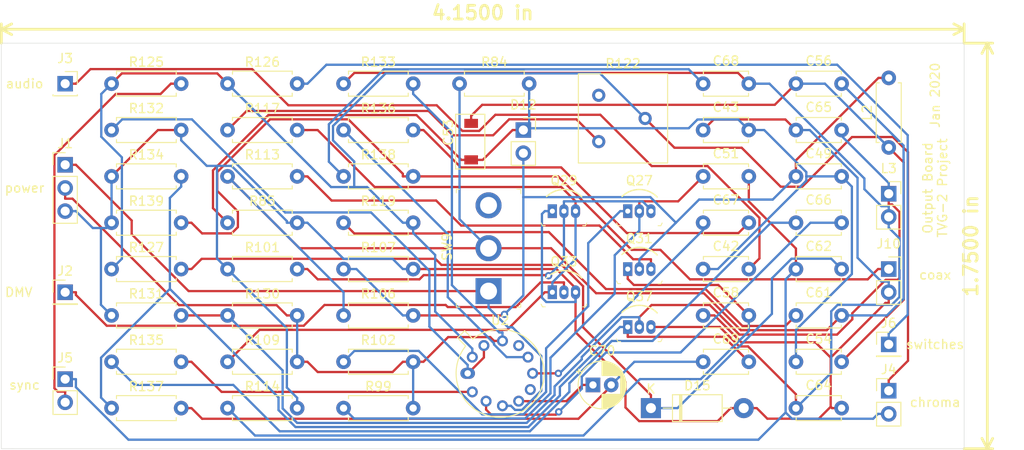
<source format=kicad_pcb>
(kicad_pcb (version 20171130) (host pcbnew "(5.0.0)")
  (title_block (title TVG2) (date 2019-07-08) (rev v01))
  (layers (0 F.Cu signal) (31 B.Cu signal) (34 B.Paste user) (35 F.Paste user) (36 B.SilkS user) (37 F.SilkS user) (38 B.Mask user) (39 F.Mask user) (44 Edge.Cuts user))
  (net 0 "")
  (net 1 GND)
  (net 2 -9V)
  (net 3 +9V)
  (net 4 /A)
  (net 5 /B)
  (net 6 "Net-(C42-Pad1)")
  (net 7 "Net-(C42-Pad2)")
  (net 8 "Net-(C51-Pad1)")
  (net 9 "Net-(C53-Pad2)")
  (net 10 "Net-(C56-Pad2)")
  (net 11 "Net-(C58-Pad2)")
  (net 12 "Net-(C61-Pad1)")
  (net 13 "Net-(C62-Pad2)")
  (net 14 "Net-(C64-Pad1)")
  (net 15 "Net-(C65-Pad2)")
  (net 16 "Net-(C66-Pad1)")
  (net 17 "Net-(C66-Pad2)")
  (net 18 "Net-(C67-Pad2)")
  (net 19 "Net-(C67-Pad1)")
  (net 20 "Net-(C68-Pad1)")
  (net 21 "Net-(C69-Pad1)")
  (net 22 "Net-(C69-Pad2)")
  (net 23 "Net-(C70-Pad1)")
  (net 24 /O)
  (net 25 /M)
  (net 26 "Net-(J10-Pad1)")
  (net 27 "Net-(Q27-Pad1)")
  (net 28 "Net-(Q29-Pad3)")
  (net 29 "Net-(R117-Pad1)")
  (net 30 "Net-(R132-Pad1)")
  (net 31 "Net-(R135-Pad2)")
  (net 32 "Net-(R136-Pad1)")
  (net 33 "Net-(SW9-Pad3)")
  (net 34 "Net-(U2-Pad8)")
  (net 35 "Net-(U2-Pad5)")
  (net 36 "Net-(C49-Pad1)")
  (net 37 "Net-(J4-Pad1)")
  (net 38 "Net-(Q27-Pad3)")
  (net 39 "Net-(Q31-Pad3)")
  (module Capacitor_THT:C_Disc_D4.7mm_W2.5mm_P5.00mm (layer F.Cu) (at 109.855 140.335)
    (fp_text reference C42 (at 2.5 -2.5) (layer F.SilkS))
    (fp_text value "0.01 uF")
    (pad 2 thru_hole circle (at 5 0) (size 1.6 1.6) (drill 0.8) (layers *.Cu *.Mask) (net 7 "Net-(C42-Pad2)"))
    (pad 1 thru_hole circle (at 0 0) (size 1.6 1.6) (drill 0.8) (layers *.Cu *.Mask) (net 6 "Net-(C42-Pad1)"))
  )
  (module Capacitor_THT:C_Disc_D4.7mm_W2.5mm_P5.00mm (layer F.Cu) (at 109.855 125.095)
    (fp_text reference C43 (at 2.5 -2.5) (layer F.SilkS))
    (fp_text value "1000 pF")
    (pad 1 thru_hole circle (at 0 0) (size 1.6 1.6) (drill 0.8) (layers *.Cu *.Mask) (net 1 GND))
    (pad 2 thru_hole circle (at 5 0) (size 1.6 1.6) (drill 0.8) (layers *.Cu *.Mask) (net 6 "Net-(C42-Pad1)"))
  )
  (module Capacitor_THT:C_Disc_D4.7mm_W2.5mm_P5.00mm (layer F.Cu) (at 120.015 130.175)
    (fp_text reference C49 (at 2.5 -2.5) (layer F.SilkS))
    (fp_text value "180 pF")
    (pad 2 thru_hole circle (at 5 0) (size 1.6 1.6) (drill 0.8) (layers *.Cu *.Mask) (net 6 "Net-(C42-Pad1)"))
    (pad 1 thru_hole circle (at 0 0) (size 1.6 1.6) (drill 0.8) (layers *.Cu *.Mask) (net 36 "Net-(C49-Pad1)"))
  )
  (module Capacitor_THT:C_Disc_D4.7mm_W2.5mm_P5.00mm (layer F.Cu) (at 109.855 130.175)
    (fp_text reference C51 (at 2.5 -2.5) (layer F.SilkS))
    (fp_text value "30 pF")
    (pad 1 thru_hole circle (at 0 0) (size 1.6 1.6) (drill 0.8) (layers *.Cu *.Mask) (net 8 "Net-(C51-Pad1)"))
    (pad 2 thru_hole circle (at 5 0) (size 1.6 1.6) (drill 0.8) (layers *.Cu *.Mask) (net 4 /A))
  )
  (module digikey-footprints:9-35pF_Trim (layer F.Cu) (at 84.455 126.365 90)
    (fp_text reference C53 (at 1 -2.5 90) (layer F.SilkS))
    (fp_text value "9-35 pF")
    (pad 1 smd rect (at -2 0 90) (size 1 1.5) (layers F.Cu F.Paste F.Mask) (net 6 "Net-(C42-Pad1)"))
    (pad 2 smd rect (at 2 0 90) (size 1 1.5) (layers F.Cu F.Paste F.Mask) (net 9 "Net-(C53-Pad2)"))
  )
  (module Capacitor_THT:C_Disc_D4.7mm_W2.5mm_P5.00mm (layer F.Cu) (at 120.015 150.495)
    (fp_text reference C54 (at 2.5 -2.5) (layer F.SilkS))
    (fp_text value "50 pF")
    (pad 2 thru_hole circle (at 5 0) (size 1.6 1.6) (drill 0.8) (layers *.Cu *.Mask) (net 9 "Net-(C53-Pad2)"))
    (pad 1 thru_hole circle (at 0 0) (size 1.6 1.6) (drill 0.8) (layers *.Cu *.Mask) (net 6 "Net-(C42-Pad1)"))
  )
  (module Capacitor_THT:C_Disc_D4.7mm_W2.5mm_P5.00mm (layer F.Cu) (at 120.015 120.015)
    (fp_text reference C56 (at 2.5 -2.5) (layer F.SilkS))
    (fp_text value "180 pF")
    (pad 1 thru_hole circle (at 0 0) (size 1.6 1.6) (drill 0.8) (layers *.Cu *.Mask) (net 9 "Net-(C53-Pad2)"))
    (pad 2 thru_hole circle (at 5 0) (size 1.6 1.6) (drill 0.8) (layers *.Cu *.Mask) (net 10 "Net-(C56-Pad2)"))
  )
  (module Capacitor_THT:C_Disc_D4.7mm_W2.5mm_P5.00mm (layer F.Cu) (at 109.855 145.415)
    (fp_text reference C58 (at 2.5 -2.5) (layer F.SilkS))
    (fp_text value "100 pF")
    (pad 1 thru_hole circle (at 0 0) (size 1.6 1.6) (drill 0.8) (layers *.Cu *.Mask) (net 1 GND))
    (pad 2 thru_hole circle (at 5 0) (size 1.6 1.6) (drill 0.8) (layers *.Cu *.Mask) (net 11 "Net-(C58-Pad2)"))
  )
  (module Capacitor_THT:C_Disc_D4.7mm_W2.5mm_P5.00mm (layer F.Cu) (at 120.015 145.415)
    (fp_text reference C61 (at 2.5 -2.5) (layer F.SilkS))
    (fp_text value "10 pF")
    (pad 2 thru_hole circle (at 5 0) (size 1.6 1.6) (drill 0.8) (layers *.Cu *.Mask) (net 10 "Net-(C56-Pad2)"))
    (pad 1 thru_hole circle (at 0 0) (size 1.6 1.6) (drill 0.8) (layers *.Cu *.Mask) (net 12 "Net-(C61-Pad1)"))
  )
  (module Capacitor_THT:C_Disc_D4.7mm_W2.5mm_P5.00mm (layer F.Cu) (at 120.015 140.335)
    (fp_text reference C62 (at 2.5 -2.5) (layer F.SilkS))
    (fp_text value "27 pF")
    (pad 1 thru_hole circle (at 0 0) (size 1.6 1.6) (drill 0.8) (layers *.Cu *.Mask) (net 4 /A))
    (pad 2 thru_hole circle (at 5 0) (size 1.6 1.6) (drill 0.8) (layers *.Cu *.Mask) (net 13 "Net-(C62-Pad2)"))
  )
  (module Capacitor_THT:C_Disc_D4.7mm_W2.5mm_P5.00mm (layer F.Cu) (at 120.015 155.575)
    (fp_text reference C64 (at 2.5 -2.5) (layer F.SilkS))
    (fp_text value "20 pF")
    (pad 1 thru_hole circle (at 0 0) (size 1.6 1.6) (drill 0.8) (layers *.Cu *.Mask) (net 14 "Net-(C64-Pad1)"))
    (pad 2 thru_hole circle (at 5 0) (size 1.6 1.6) (drill 0.8) (layers *.Cu *.Mask) (net 1 GND))
  )
  (module Capacitor_THT:C_Disc_D4.7mm_W2.5mm_P5.00mm (layer F.Cu) (at 120.015 125.095)
    (fp_text reference C65 (at 2.5 -2.5) (layer F.SilkS))
    (fp_text value "82 pF")
    (pad 2 thru_hole circle (at 5 0) (size 1.6 1.6) (drill 0.8) (layers *.Cu *.Mask) (net 15 "Net-(C65-Pad2)"))
    (pad 1 thru_hole circle (at 0 0) (size 1.6 1.6) (drill 0.8) (layers *.Cu *.Mask) (net 1 GND))
  )
  (module Capacitor_THT:C_Disc_D4.7mm_W2.5mm_P5.00mm (layer F.Cu) (at 120.015 135.255)
    (fp_text reference C66 (at 2.5 -2.5) (layer F.SilkS))
    (fp_text value "56 pF")
    (pad 1 thru_hole circle (at 0 0) (size 1.6 1.6) (drill 0.8) (layers *.Cu *.Mask) (net 16 "Net-(C66-Pad1)"))
    (pad 2 thru_hole circle (at 5 0) (size 1.6 1.6) (drill 0.8) (layers *.Cu *.Mask) (net 17 "Net-(C66-Pad2)"))
  )
  (module Capacitor_THT:C_Disc_D4.7mm_W2.5mm_P5.00mm (layer F.Cu) (at 109.855 135.255)
    (fp_text reference C67 (at 2.5 -2.5) (layer F.SilkS))
    (fp_text value "56 pF")
    (pad 2 thru_hole circle (at 5 0) (size 1.6 1.6) (drill 0.8) (layers *.Cu *.Mask) (net 18 "Net-(C67-Pad2)"))
    (pad 1 thru_hole circle (at 0 0) (size 1.6 1.6) (drill 0.8) (layers *.Cu *.Mask) (net 19 "Net-(C67-Pad1)"))
  )
  (module Capacitor_THT:C_Disc_D4.7mm_W2.5mm_P5.00mm (layer F.Cu) (at 109.855 120.015)
    (fp_text reference C68 (at 2.5 -2.5) (layer F.SilkS))
    (fp_text value "10 pF")
    (pad 1 thru_hole circle (at 0 0) (size 1.6 1.6) (drill 0.8) (layers *.Cu *.Mask) (net 20 "Net-(C68-Pad1)"))
    (pad 2 thru_hole circle (at 5 0) (size 1.6 1.6) (drill 0.8) (layers *.Cu *.Mask) (net 14 "Net-(C64-Pad1)"))
  )
  (module Capacitor_THT:C_Disc_D4.7mm_W2.5mm_P5.00mm (layer F.Cu) (at 109.855 150.495)
    (fp_text reference C69 (at 2.5 -2.5) (layer F.SilkS))
    (fp_text value "27 pF")
    (pad 2 thru_hole circle (at 5 0) (size 1.6 1.6) (drill 0.8) (layers *.Cu *.Mask) (net 22 "Net-(C69-Pad2)"))
    (pad 1 thru_hole circle (at 0 0) (size 1.6 1.6) (drill 0.8) (layers *.Cu *.Mask) (net 21 "Net-(C69-Pad1)"))
  )
  (module Capacitor_THT:CP_Radial_D5.0mm_P2.00mm (layer F.Cu) (at 97.79 153.035)
    (fp_text reference C70 (at 1 -3.75) (layer F.SilkS))
    (fp_text value "14 uF")
    (pad 1 thru_hole rect (at 0 0) (size 1.6 1.6) (drill 0.8) (layers *.Cu *.Mask) (net 23 "Net-(C70-Pad1)"))
    (pad 2 thru_hole circle (at 2 0) (size 1.6 1.6) (drill 0.8) (layers *.Cu *.Mask) (net 21 "Net-(C69-Pad1)"))
  )
  (module Connector_PinSocket_2.54mm:PinSocket_1x02_P2.54mm_Vertical (layer F.Cu) (at 90.17 125.095)
    (fp_text reference D12 (at 0 -2.77) (layer F.SilkS))
    (fp_text value "100 pF")
    (pad 1 thru_hole rect (at 0 0) (size 1.7 1.7) (drill 1) (layers *.Cu *.Mask) (net 6 "Net-(C42-Pad1)"))
    (pad 2 thru_hole oval (at 0 2.54) (size 1.7 1.7) (drill 1) (layers *.Cu *.Mask) (net 36 "Net-(C49-Pad1)"))
  )
  (module Diode_THT:D_DO-41_SOD81_P10.16mm_Horizontal (layer F.Cu) (at 104.14 155.575)
    (fp_text reference D15 (at 5.08 -2.47) (layer F.SilkS))
    (fp_text value 1N414)
    (fp_text user K (at 0 -2.1) (layer F.SilkS))
    (pad 1 thru_hole rect (at 0 0) (size 2.2 2.2) (drill 1.1) (layers *.Cu *.Mask) (net 13 "Net-(C62-Pad2)"))
    (pad 2 thru_hole oval (at 10.16 0) (size 2.2 2.2) (drill 1.1) (layers *.Cu *.Mask) (net 1 GND))
  )
  (module Connector_PinHeader_2.54mm:PinHeader_1x03_P2.54mm_Vertical (layer F.Cu) (at 40.005 128.905)
    (fp_text reference J1 (at 0 -2.33) (layer F.SilkS))
    (fp_text value from_power)
    (pad 1 thru_hole rect (at 0 0) (size 1.7 1.7) (drill 1) (layers *.Cu *.Mask) (net 3 +9V))
    (pad 2 thru_hole oval (at 0 2.54) (size 1.7 1.7) (drill 1) (layers *.Cu *.Mask) (net 2 -9V))
    (pad 3 thru_hole oval (at 0 5.08) (size 1.7 1.7) (drill 1) (layers *.Cu *.Mask) (net 1 GND))
  )
  (module Connector_PinHeader_2.54mm:PinHeader_1x01_P2.54mm_Vertical (layer F.Cu) (at 40.005 142.875)
    (fp_text reference J2 (at 0 -2.33) (layer F.SilkS))
    (fp_text value from_DMV)
    (pad 1 thru_hole rect (at 0 0) (size 1.7 1.7) (drill 1) (layers *.Cu *.Mask) (net 25 /M))
  )
  (module Connector_PinSocket_2.54mm:PinSocket_1x01_P2.54mm_Vertical (layer F.Cu) (at 40.005 120.015)
    (fp_text reference J3 (at 0 -2.77) (layer F.SilkS))
    (fp_text value Conn_01x01_Female)
    (pad 1 thru_hole rect (at 0 0) (size 1.7 1.7) (drill 1) (layers *.Cu *.Mask) (net 7 "Net-(C42-Pad2)"))
  )
  (module Connector_PinHeader_2.54mm:PinHeader_1x02_P2.54mm_Vertical (layer F.Cu) (at 130.175 153.67)
    (fp_text reference J4 (at 0 -2.33) (layer F.SilkS))
    (fp_text value to_chroma)
    (pad 2 thru_hole oval (at 0 2.54) (size 1.7 1.7) (drill 1) (layers *.Cu *.Mask) (net 4 /A))
    (pad 1 thru_hole rect (at 0 0) (size 1.7 1.7) (drill 1) (layers *.Cu *.Mask) (net 37 "Net-(J4-Pad1)"))
  )
  (module Connector_PinHeader_2.54mm:PinHeader_1x02_P2.54mm_Vertical (layer F.Cu) (at 40.005 152.4)
    (fp_text reference J5 (at 0 -2.33) (layer F.SilkS))
    (fp_text value from_sync)
    (pad 1 thru_hole rect (at 0 0) (size 1.7 1.7) (drill 1) (layers *.Cu *.Mask) (net 4 /A))
    (pad 2 thru_hole oval (at 0 2.54) (size 1.7 1.7) (drill 1) (layers *.Cu *.Mask) (net 5 /B))
  )
  (module Connector_PinHeader_2.54mm:PinHeader_1x01_P2.54mm_Vertical (layer F.Cu) (at 130.175 148.59)
    (fp_text reference J6 (at 0 -2.33) (layer F.SilkS))
    (fp_text value to_switches)
    (pad 1 thru_hole rect (at 0 0) (size 1.7 1.7) (drill 1) (layers *.Cu *.Mask) (net 24 /O))
  )
  (module Connector_PinSocket_2.54mm:PinSocket_1x02_P2.54mm_Vertical (layer F.Cu) (at 130.175 140.335)
    (fp_text reference J10 (at 0 -2.77) (layer F.SilkS))
    (fp_text value Conn_Coaxial)
    (pad 2 thru_hole oval (at 0 2.54) (size 1.7 1.7) (drill 1) (layers *.Cu *.Mask) (net 1 GND))
    (pad 1 thru_hole rect (at 0 0) (size 1.7 1.7) (drill 1) (layers *.Cu *.Mask) (net 26 "Net-(J10-Pad1)"))
  )
  (module Resistor_THT:R_Axial_DIN0207_L6.3mm_D2.5mm_P7.62mm_Horizontal (layer F.Cu) (at 130.175 127 90)
    (fp_text reference L2 (at 3.81 -2.37 90) (layer F.SilkS))
    (fp_text value "22 uH")
    (pad 2 thru_hole oval (at 7.62 0 90) (size 1.6 1.6) (drill 0.8) (layers *.Cu *.Mask) (net 36 "Net-(C49-Pad1)"))
    (pad 1 thru_hole circle (at 0 0 90) (size 1.6 1.6) (drill 0.8) (layers *.Cu *.Mask) (net 9 "Net-(C53-Pad2)"))
  )
  (module Connector_PinSocket_2.54mm:PinSocket_1x02_P2.54mm_Vertical (layer F.Cu) (at 130.175 132.08)
    (fp_text reference L3 (at 0 -2.77) (layer F.SilkS))
    (fp_text value "4 Turns, AWG 16, 1'' dim, 0.5'' length")
    (pad 1 thru_hole rect (at 0 0) (size 1.7 1.7) (drill 1) (layers *.Cu *.Mask) (net 15 "Net-(C65-Pad2)"))
    (pad 2 thru_hole oval (at 0 2.54) (size 1.7 1.7) (drill 1) (layers *.Cu *.Mask) (net 14 "Net-(C64-Pad1)"))
  )
  (module digikey-footprints:TO-92-3 (layer F.Cu) (at 101.6 133.985)
    (fp_text reference Q27 (at 1.27 -3.35) (layer F.SilkS))
    (fp_text value 2N718)
    (pad 1 thru_hole rect (at 0 0 180) (size 1 1.5) (drill 0.55) (layers *.Cu *.Mask) (net 27 "Net-(Q27-Pad1)"))
    (pad 3 thru_hole oval (at 2.54 0 180) (size 1 1.5) (drill 0.55) (layers *.Cu *.Mask) (net 38 "Net-(Q27-Pad3)"))
    (pad 2 thru_hole oval (at 1.27 0 180) (size 1 1.5) (drill 0.55) (layers *.Cu *.Mask) (net 8 "Net-(C51-Pad1)"))
  )
  (module digikey-footprints:TO-92-3 (layer F.Cu) (at 93.345 133.985)
    (fp_text reference Q29 (at 1.27 -3.35) (layer F.SilkS))
    (fp_text value 2N2907)
    (pad 1 thru_hole rect (at 0 0 180) (size 1 1.5) (drill 0.55) (layers *.Cu *.Mask) (net 1 GND))
    (pad 3 thru_hole oval (at 2.54 0 180) (size 1 1.5) (drill 0.55) (layers *.Cu *.Mask) (net 28 "Net-(Q29-Pad3)"))
    (pad 2 thru_hole oval (at 1.27 0 180) (size 1 1.5) (drill 0.55) (layers *.Cu *.Mask) (net 38 "Net-(Q27-Pad3)"))
  )
  (module digikey-footprints:TO-92-3 (layer F.Cu) (at 101.6 140.335)
    (fp_text reference Q31 (at 1.27 -3.35) (layer F.SilkS))
    (fp_text value 2N918)
    (pad 2 thru_hole oval (at 1.27 0 180) (size 1 1.5) (drill 0.55) (layers *.Cu *.Mask) (net 36 "Net-(C49-Pad1)"))
    (pad 3 thru_hole oval (at 2.54 0 180) (size 1 1.5) (drill 0.55) (layers *.Cu *.Mask) (net 39 "Net-(Q31-Pad3)"))
    (pad 1 thru_hole rect (at 0 0 180) (size 1 1.5) (drill 0.55) (layers *.Cu *.Mask) (net 11 "Net-(C58-Pad2)"))
  )
  (module digikey-footprints:TO-92-3 (layer F.Cu) (at 93.345 142.875)
    (fp_text reference Q33 (at 1.27 -3.35) (layer F.SilkS))
    (fp_text value 2N718)
    (pad 2 thru_hole oval (at 1.27 0 180) (size 1 1.5) (drill 0.55) (layers *.Cu *.Mask) (net 25 /M))
    (pad 3 thru_hole oval (at 2.54 0 180) (size 1 1.5) (drill 0.55) (layers *.Cu *.Mask) (net 1 GND))
    (pad 1 thru_hole rect (at 0 0 180) (size 1 1.5) (drill 0.55) (layers *.Cu *.Mask) (net 28 "Net-(Q29-Pad3)"))
  )
  (module digikey-footprints:TO-92-3 (layer F.Cu) (at 101.6 146.685)
    (fp_text reference Q37 (at 1.27 -3.35) (layer F.SilkS))
    (fp_text value 2N1132)
    (pad 2 thru_hole oval (at 1.27 0 180) (size 1 1.5) (drill 0.55) (layers *.Cu *.Mask) (net 15 "Net-(C65-Pad2)"))
    (pad 3 thru_hole oval (at 2.54 0 180) (size 1 1.5) (drill 0.55) (layers *.Cu *.Mask) (net 14 "Net-(C64-Pad1)"))
    (pad 1 thru_hole rect (at 0 0 180) (size 1 1.5) (drill 0.55) (layers *.Cu *.Mask) (net 22 "Net-(C69-Pad2)"))
  )
  (module Resistor_THT:R_Axial_DIN0207_L6.3mm_D2.5mm_P7.62mm_Horizontal (layer F.Cu) (at 83.185 120.015)
    (fp_text reference R84 (at 3.81 -2.37) (layer F.SilkS))
    (fp_text value 200K)
    (pad 1 thru_hole circle (at 0 0) (size 1.6 1.6) (drill 0.8) (layers *.Cu *.Mask) (net 10 "Net-(C56-Pad2)"))
    (pad 2 thru_hole oval (at 7.62 0) (size 1.6 1.6) (drill 0.8) (layers *.Cu *.Mask) (net 6 "Net-(C42-Pad1)"))
  )
  (module Resistor_THT:R_Axial_DIN0207_L6.3mm_D2.5mm_P7.62mm_Horizontal (layer F.Cu) (at 57.785 135.255)
    (fp_text reference R85 (at 3.81 -2.37) (layer F.SilkS))
    (fp_text value 100K)
    (pad 2 thru_hole oval (at 7.62 0) (size 1.6 1.6) (drill 0.8) (layers *.Cu *.Mask) (net 1 GND))
    (pad 1 thru_hole circle (at 0 0) (size 1.6 1.6) (drill 0.8) (layers *.Cu *.Mask) (net 6 "Net-(C42-Pad1)"))
  )
  (module Resistor_THT:R_Axial_DIN0207_L6.3mm_D2.5mm_P7.62mm_Horizontal (layer F.Cu) (at 70.485 155.575)
    (fp_text reference R99 (at 3.81 -2.37) (layer F.SilkS))
    (fp_text value 100K)
    (pad 1 thru_hole circle (at 0 0) (size 1.6 1.6) (drill 0.8) (layers *.Cu *.Mask) (net 8 "Net-(C51-Pad1)"))
    (pad 2 thru_hole oval (at 7.62 0) (size 1.6 1.6) (drill 0.8) (layers *.Cu *.Mask) (net 2 -9V))
  )
  (module Resistor_THT:R_Axial_DIN0207_L6.3mm_D2.5mm_P7.62mm_Horizontal (layer F.Cu) (at 57.785 140.335)
    (fp_text reference R101 (at 3.81 -2.37) (layer F.SilkS))
    (fp_text value 51K)
    (pad 2 thru_hole oval (at 7.62 0) (size 1.6 1.6) (drill 0.8) (layers *.Cu *.Mask) (net 38 "Net-(Q27-Pad3)"))
    (pad 1 thru_hole circle (at 0 0) (size 1.6 1.6) (drill 0.8) (layers *.Cu *.Mask) (net 1 GND))
  )
  (module Resistor_THT:R_Axial_DIN0207_L6.3mm_D2.5mm_P7.62mm_Horizontal (layer F.Cu) (at 70.485 150.495)
    (fp_text reference R102 (at 3.81 -2.37) (layer F.SilkS))
    (fp_text value 10K)
    (pad 2 thru_hole oval (at 7.62 0) (size 1.6 1.6) (drill 0.8) (layers *.Cu *.Mask) (net 2 -9V))
    (pad 1 thru_hole circle (at 0 0) (size 1.6 1.6) (drill 0.8) (layers *.Cu *.Mask) (net 27 "Net-(Q27-Pad1)"))
  )
  (module Resistor_THT:R_Axial_DIN0207_L6.3mm_D2.5mm_P7.62mm_Horizontal (layer F.Cu) (at 70.485 145.415)
    (fp_text reference R106 (at 3.81 -2.37) (layer F.SilkS))
    (fp_text value 200K)
    (pad 1 thru_hole circle (at 0 0) (size 1.6 1.6) (drill 0.8) (layers *.Cu *.Mask) (net 10 "Net-(C56-Pad2)"))
    (pad 2 thru_hole oval (at 7.62 0) (size 1.6 1.6) (drill 0.8) (layers *.Cu *.Mask) (net 36 "Net-(C49-Pad1)"))
  )
  (module Resistor_THT:R_Axial_DIN0207_L6.3mm_D2.5mm_P7.62mm_Horizontal (layer F.Cu) (at 70.485 140.335)
    (fp_text reference R107 (at 3.81 -2.37) (layer F.SilkS))
    (fp_text value 59K)
    (pad 1 thru_hole circle (at 0 0) (size 1.6 1.6) (drill 0.8) (layers *.Cu *.Mask) (net 36 "Net-(C49-Pad1)"))
    (pad 2 thru_hole oval (at 7.62 0) (size 1.6 1.6) (drill 0.8) (layers *.Cu *.Mask) (net 1 GND))
  )
  (module Resistor_THT:R_Axial_DIN0207_L6.3mm_D2.5mm_P7.62mm_Horizontal (layer F.Cu) (at 57.785 150.495)
    (fp_text reference R109 (at 3.81 -2.37) (layer F.SilkS))
    (fp_text value 4.7K)
    (pad 2 thru_hole oval (at 7.62 0) (size 1.6 1.6) (drill 0.8) (layers *.Cu *.Mask) (net 2 -9V))
    (pad 1 thru_hole circle (at 0 0) (size 1.6 1.6) (drill 0.8) (layers *.Cu *.Mask) (net 28 "Net-(Q29-Pad3)"))
  )
  (module Resistor_THT:R_Axial_DIN0207_L6.3mm_D2.5mm_P7.62mm_Horizontal (layer F.Cu) (at 57.785 130.175)
    (fp_text reference R113 (at 3.81 -2.37) (layer F.SilkS))
    (fp_text value 10K)
    (pad 2 thru_hole oval (at 7.62 0) (size 1.6 1.6) (drill 0.8) (layers *.Cu *.Mask) (net 39 "Net-(Q31-Pad3)"))
    (pad 1 thru_hole circle (at 0 0) (size 1.6 1.6) (drill 0.8) (layers *.Cu *.Mask) (net 10 "Net-(C56-Pad2)"))
  )
  (module Resistor_THT:R_Axial_DIN0207_L6.3mm_D2.5mm_P7.62mm_Horizontal (layer F.Cu) (at 57.785 155.575)
    (fp_text reference R114 (at 3.81 -2.37) (layer F.SilkS))
    (fp_text value 3.9K)
    (pad 1 thru_hole circle (at 0 0) (size 1.6 1.6) (drill 0.8) (layers *.Cu *.Mask) (net 11 "Net-(C58-Pad2)"))
    (pad 2 thru_hole oval (at 7.62 0) (size 1.6 1.6) (drill 0.8) (layers *.Cu *.Mask) (net 1 GND))
  )
  (module Resistor_THT:R_Axial_DIN0207_L6.3mm_D2.5mm_P7.62mm_Horizontal (layer F.Cu) (at 57.785 125.095)
    (fp_text reference R117 (at 3.81 -2.37) (layer F.SilkS))
    (fp_text value 10K)
    (pad 2 thru_hole oval (at 7.62 0) (size 1.6 1.6) (drill 0.8) (layers *.Cu *.Mask) (net 28 "Net-(Q29-Pad3)"))
    (pad 1 thru_hole circle (at 0 0) (size 1.6 1.6) (drill 0.8) (layers *.Cu *.Mask) (net 29 "Net-(R117-Pad1)"))
  )
  (module Resistor_THT:R_Axial_DIN0207_L6.3mm_D2.5mm_P7.62mm_Horizontal (layer F.Cu) (at 70.485 135.255)
    (fp_text reference R119 (at 3.81 -2.37) (layer F.SilkS))
    (fp_text value 1M)
    (pad 2 thru_hole oval (at 7.62 0) (size 1.6 1.6) (drill 0.8) (layers *.Cu *.Mask) (net 37 "Net-(J4-Pad1)"))
    (pad 1 thru_hole circle (at 0 0) (size 1.6 1.6) (drill 0.8) (layers *.Cu *.Mask) (net 12 "Net-(C61-Pad1)"))
  )
  (module Potentiometer_THT:Potentiometer_Bourns_3386F_Vertical (layer F.Cu) (at 98.425 126.365)
    (fp_text reference R122 (at 2.655 -8.555) (layer F.SilkS))
    (fp_text value 50K)
    (pad 3 thru_hole circle (at 0 -5.08) (size 1.44 1.44) (drill 0.8) (layers *.Cu *.Mask))
    (pad 2 thru_hole circle (at 5.08 -2.54) (size 1.44 1.44) (drill 0.8) (layers *.Cu *.Mask) (net 37 "Net-(J4-Pad1)"))
    (pad 1 thru_hole circle (at 0 0) (size 1.44 1.44) (drill 0.8) (layers *.Cu *.Mask) (net 29 "Net-(R117-Pad1)"))
  )
  (module Resistor_THT:R_Axial_DIN0207_L6.3mm_D2.5mm_P7.62mm_Horizontal (layer F.Cu) (at 45.085 120.015)
    (fp_text reference R125 (at 3.81 -2.37) (layer F.SilkS))
    (fp_text value 33K)
    (pad 1 thru_hole circle (at 0 0) (size 1.6 1.6) (drill 0.8) (layers *.Cu *.Mask) (net 37 "Net-(J4-Pad1)"))
    (pad 2 thru_hole oval (at 7.62 0) (size 1.6 1.6) (drill 0.8) (layers *.Cu *.Mask) (net 5 /B))
  )
  (module Resistor_THT:R_Axial_DIN0207_L6.3mm_D2.5mm_P7.62mm_Horizontal (layer F.Cu) (at 57.785 120.015)
    (fp_text reference R126 (at 3.81 -2.37) (layer F.SilkS))
    (fp_text value 51K)
    (pad 1 thru_hole circle (at 0 0) (size 1.6 1.6) (drill 0.8) (layers *.Cu *.Mask) (net 37 "Net-(J4-Pad1)"))
    (pad 2 thru_hole oval (at 7.62 0) (size 1.6 1.6) (drill 0.8) (layers *.Cu *.Mask) (net 24 /O))
  )
  (module Resistor_THT:R_Axial_DIN0207_L6.3mm_D2.5mm_P7.62mm_Horizontal (layer F.Cu) (at 45.085 140.335)
    (fp_text reference R127 (at 3.81 -2.37) (layer F.SilkS))
    (fp_text value 51K)
    (pad 1 thru_hole circle (at 0 0) (size 1.6 1.6) (drill 0.8) (layers *.Cu *.Mask) (net 37 "Net-(J4-Pad1)"))
    (pad 2 thru_hole oval (at 7.62 0) (size 1.6 1.6) (drill 0.8) (layers *.Cu *.Mask) (net 13 "Net-(C62-Pad2)"))
  )
  (module Resistor_THT:R_Axial_DIN0207_L6.3mm_D2.5mm_P7.62mm_Horizontal (layer F.Cu) (at 57.785 145.415)
    (fp_text reference R130 (at 3.81 -2.37) (layer F.SilkS))
    (fp_text value 150K)
    (pad 2 thru_hole oval (at 7.62 0) (size 1.6 1.6) (drill 0.8) (layers *.Cu *.Mask) (net 2 -9V))
    (pad 1 thru_hole circle (at 0 0) (size 1.6 1.6) (drill 0.8) (layers *.Cu *.Mask) (net 15 "Net-(C65-Pad2)"))
  )
  (module Resistor_THT:R_Axial_DIN0207_L6.3mm_D2.5mm_P7.62mm_Horizontal (layer F.Cu) (at 45.085 145.415)
    (fp_text reference R131 (at 3.81 -2.37) (layer F.SilkS))
    (fp_text value 51K)
    (pad 1 thru_hole circle (at 0 0) (size 1.6 1.6) (drill 0.8) (layers *.Cu *.Mask) (net 1 GND))
    (pad 2 thru_hole oval (at 7.62 0) (size 1.6 1.6) (drill 0.8) (layers *.Cu *.Mask) (net 15 "Net-(C65-Pad2)"))
  )
  (module Resistor_THT:R_Axial_DIN0207_L6.3mm_D2.5mm_P7.62mm_Horizontal (layer F.Cu) (at 45.085 125.095)
    (fp_text reference R132 (at 3.81 -2.37) (layer F.SilkS))
    (fp_text value 10K)
    (pad 2 thru_hole oval (at 7.62 0) (size 1.6 1.6) (drill 0.8) (layers *.Cu *.Mask) (net 1 GND))
    (pad 1 thru_hole circle (at 0 0) (size 1.6 1.6) (drill 0.8) (layers *.Cu *.Mask) (net 30 "Net-(R132-Pad1)"))
  )
  (module Resistor_THT:R_Axial_DIN0207_L6.3mm_D2.5mm_P7.62mm_Horizontal (layer F.Cu) (at 70.485 120.015)
    (fp_text reference R133 (at 3.81 -2.37) (layer F.SilkS))
    (fp_text value 10K)
    (pad 2 thru_hole oval (at 7.62 0) (size 1.6 1.6) (drill 0.8) (layers *.Cu *.Mask) (net 2 -9V))
    (pad 1 thru_hole circle (at 0 0) (size 1.6 1.6) (drill 0.8) (layers *.Cu *.Mask) (net 14 "Net-(C64-Pad1)"))
  )
  (module Resistor_THT:R_Axial_DIN0207_L6.3mm_D2.5mm_P7.62mm_Horizontal (layer F.Cu) (at 45.085 130.175)
    (fp_text reference R134 (at 3.81 -2.37) (layer F.SilkS))
    (fp_text value 3.9K)
    (pad 2 thru_hole oval (at 7.62 0) (size 1.6 1.6) (drill 0.8) (layers *.Cu *.Mask) (net 22 "Net-(C69-Pad2)"))
    (pad 1 thru_hole circle (at 0 0) (size 1.6 1.6) (drill 0.8) (layers *.Cu *.Mask) (net 1 GND))
  )
  (module Resistor_THT:R_Axial_DIN0207_L6.3mm_D2.5mm_P7.62mm_Horizontal (layer F.Cu) (at 45.085 150.495)
    (fp_text reference R135 (at 3.81 -2.37) (layer F.SilkS))
    (fp_text value 1K)
    (pad 1 thru_hole circle (at 0 0) (size 1.6 1.6) (drill 0.8) (layers *.Cu *.Mask) (net 16 "Net-(C66-Pad1)"))
    (pad 2 thru_hole oval (at 7.62 0) (size 1.6 1.6) (drill 0.8) (layers *.Cu *.Mask) (net 31 "Net-(R135-Pad2)"))
  )
  (module Resistor_THT:R_Axial_DIN0207_L6.3mm_D2.5mm_P7.62mm_Horizontal (layer F.Cu) (at 70.485 125.095)
    (fp_text reference R136 (at 3.81 -2.37) (layer F.SilkS))
    (fp_text value 1K)
    (pad 1 thru_hole circle (at 0 0) (size 1.6 1.6) (drill 0.8) (layers *.Cu *.Mask) (net 32 "Net-(R136-Pad1)"))
    (pad 2 thru_hole oval (at 7.62 0) (size 1.6 1.6) (drill 0.8) (layers *.Cu *.Mask) (net 18 "Net-(C67-Pad2)"))
  )
  (module Resistor_THT:R_Axial_DIN0207_L6.3mm_D2.5mm_P7.62mm_Horizontal (layer F.Cu) (at 45.085 155.575)
    (fp_text reference R137 (at 3.81 -2.37) (layer F.SilkS))
    (fp_text value 10K)
    (pad 2 thru_hole oval (at 7.62 0) (size 1.6 1.6) (drill 0.8) (layers *.Cu *.Mask) (net 21 "Net-(C69-Pad1)"))
    (pad 1 thru_hole circle (at 0 0) (size 1.6 1.6) (drill 0.8) (layers *.Cu *.Mask) (net 22 "Net-(C69-Pad2)"))
  )
  (module Resistor_THT:R_Axial_DIN0207_L6.3mm_D2.5mm_P7.62mm_Horizontal (layer F.Cu) (at 70.485 130.175)
    (fp_text reference R138 (at 3.81 -2.37) (layer F.SilkS))
    (fp_text value 51K)
    (pad 1 thru_hole circle (at 0 0) (size 1.6 1.6) (drill 0.8) (layers *.Cu *.Mask) (net 20 "Net-(C68-Pad1)"))
    (pad 2 thru_hole oval (at 7.62 0) (size 1.6 1.6) (drill 0.8) (layers *.Cu *.Mask) (net 26 "Net-(J10-Pad1)"))
  )
  (module Resistor_THT:R_Axial_DIN0207_L6.3mm_D2.5mm_P7.62mm_Horizontal (layer F.Cu) (at 45.085 135.255)
    (fp_text reference R139 (at 3.81 -2.37) (layer F.SilkS))
    (fp_text value 300)
    (pad 1 thru_hole circle (at 0 0) (size 1.6 1.6) (drill 0.8) (layers *.Cu *.Mask) (net 1 GND))
    (pad 2 thru_hole oval (at 7.62 0) (size 1.6 1.6) (drill 0.8) (layers *.Cu *.Mask) (net 26 "Net-(J10-Pad1)"))
  )
  (module digikey-footprints:Toggle_Switch_100SP1T1B4M2QE (layer F.Cu) (at 86.36 142.75 90)
    (fp_text reference SW9 (at 4.84 -4.55 90) (layer F.SilkS))
    (fp_text value SW_SPDT)
    (pad 1 thru_hole rect (at 0 0 90) (size 2.85 2.85) (drill 1.85) (layers *.Cu *.Mask) (net 3 +9V))
    (pad 2 thru_hole circle (at 4.7 0 90) (size 2.85 2.85) (drill 1.85) (layers *.Cu *.Mask) (net 10 "Net-(C56-Pad2)"))
    (pad 3 thru_hole circle (at 9.4 0 90) (size 2.85 2.85) (drill 1.85) (layers *.Cu *.Mask) (net 33 "Net-(SW9-Pad3)"))
  )
  (module digikey-footprints:TO-5-12 (layer F.Cu) (at 83.82 153.035)
    (fp_text reference U2 (at 3.81 -7.09) (layer F.SilkS))
    (fp_text value RCA3015)
    (pad 1 thru_hole oval (at 0.254 -1.27) (size 1.6 1.2) (drill 0.7) (layers *.Cu *.Mask) (net 30 "Net-(R132-Pad1)"))
    (pad 10 thru_hole oval (at 4.064 2.286) (size 1.2 1.2) (drill 0.7) (layers *.Cu *.Mask) (net 3 +9V))
    (pad 7 thru_hole oval (at 7.366 -1.27) (size 1.2 1.2) (drill 0.7) (layers *.Cu *.Mask) (net 19 "Net-(C67-Pad1)"))
    (pad 4 thru_hole oval (at 4.064 -4.826) (size 1.2 1.2) (drill 0.7) (layers *.Cu *.Mask) (net 2 -9V))
    (pad 3 thru_hole oval (at 2.032 -4.318) (size 1.2 1.2) (drill 0.7) (layers *.Cu *.Mask) (net 30 "Net-(R132-Pad1)"))
    (pad 2 thru_hole oval (at 0.762 -3.048) (size 1.2 1.2) (drill 0.7) (layers *.Cu *.Mask) (net 37 "Net-(J4-Pad1)"))
    (pad 12 thru_hole oval (at 0.762 0.762) (size 1.2 1.2) (drill 0.7) (layers *.Cu *.Mask) (net 31 "Net-(R135-Pad2)"))
    (pad 11 thru_hole oval (at 2.27 1.778) (size 1.2 1.2) (drill 0.7) (layers *.Cu *.Mask) (net 17 "Net-(C66-Pad2)"))
    (pad 9 thru_hole oval (at 5.842 1.778) (size 1.2 1.2) (drill 0.7) (layers *.Cu *.Mask) (net 23 "Net-(C70-Pad1)"))
    (pad 8 thru_hole oval (at 7.112 0.508) (size 1.2 1.2) (drill 0.7) (layers *.Cu *.Mask) (net 34 "Net-(U2-Pad8)"))
    (pad 6 thru_hole oval (at 6.858 -3.048) (size 1.2 1.2) (drill 0.7) (layers *.Cu *.Mask) (net 32 "Net-(R136-Pad1)"))
    (pad 5 thru_hole oval (at 5.842 -4.318) (size 1.2 1.2) (drill 0.7) (layers *.Cu *.Mask) (net 35 "Net-(U2-Pad5)"))
  )
  (dimension 105.41 (width 0.3) (layer F.SilkS) (gr_text "105.410 mm" (at 85.725 111.946) (layer F.SilkS) (effects (font (size 1.5 1.5) (thickness 0.3)))) (feature1 (pts (xy 138.43 115.57) (xy 138.43 113.459579))) (feature2 (pts (xy 33.02 115.57) (xy 33.02 113.459579))) (crossbar (pts (xy 33.02 114.046) (xy 138.43 114.046))) (arrow1a (pts (xy 138.43 114.046) (xy 137.303496 114.632421))) (arrow1b (pts (xy 138.43 114.046) (xy 137.303496 113.459579))) (arrow2a (pts (xy 33.02 114.046) (xy 34.146504 114.632421))) (arrow2b (pts (xy 33.02 114.046) (xy 34.146504 113.459579))))
  (dimension 44.45 (width 0.3) (layer F.SilkS) (gr_text "44.450 mm" (at 143.07 137.795 270) (layer F.SilkS) (effects (font (size 1.5 1.5) (thickness 0.3)))) (feature1 (pts (xy 138.43 160.02) (xy 141.556421 160.02))) (feature2 (pts (xy 138.43 115.57) (xy 141.556421 115.57))) (crossbar (pts (xy 140.97 115.57) (xy 140.97 160.02))) (arrow1a (pts (xy 140.97 160.02) (xy 140.383579 158.893496))) (arrow1b (pts (xy 140.97 160.02) (xy 141.556421 158.893496))) (arrow2a (pts (xy 140.97 115.57) (xy 140.383579 116.696504))) (arrow2b (pts (xy 140.97 115.57) (xy 141.556421 116.696504))))
  (gr_text chroma (at 135.255 154.94) (layer F.SilkS) (effects (font (size 1 1))))
  (gr_text switches (at 135.255 148.59) (layer F.SilkS) (effects (font (size 1 1))))
  (gr_text coax (at 135.255 140.97) (layer F.SilkS) (effects (font (size 1 1))))
  (gr_text sync (at 35.56 153.035) (layer F.SilkS) (effects (font (size 1 1))))
  (gr_text DMV (at 34.925 142.875) (layer F.SilkS) (effects (font (size 1 1))))
  (gr_text power (at 35.56 131.445) (layer F.SilkS) (effects (font (size 1 1))))
  (gr_text "audio\n" (at 35.56 120.015) (layer F.SilkS) (effects (font (size 1 1))))
  (gr_text "Jan 2020" (at 135.255 121.285 90) (layer F.SilkS) (effects (font (size 1 1))))
  (gr_text "Output Board\nTVG-2 Project" (at 135.255 131.445 90) (layer F.SilkS) (effects (font (size 1 1))))
  (gr_line (start 33.02 115.57) (end 33.655 115.57) (layer Edge.Cuts) (width 0.05))
  (gr_line (start 33.02 160.02) (end 33.02 115.57) (layer Edge.Cuts) (width 0.05))
  (gr_line (start 34.29 160.02) (end 33.02 160.02) (layer Edge.Cuts) (width 0.05))
  (gr_line (start 138.43 160.02) (end 34.29 160.02) (layer Edge.Cuts) (width 0.05))
  (gr_line (start 138.43 115.57) (end 138.43 160.02) (layer Edge.Cuts) (width 0.05))
  (gr_line (start 33.655 115.57) (end 138.43 115.57) (layer Edge.Cuts) (width 0.05))
  (segment (start 123.8202 150.0378) (end 122.1486 148.3662) (width 0.25) (layer F.Cu) (net 1))
  (segment (start 122.1486 148.3662) (end 114.0411 148.3662) (width 0.25) (layer F.Cu) (net 1))
  (segment (start 114.0411 148.3662) (end 111.0899 145.415) (width 0.25) (layer F.Cu) (net 1))
  (segment (start 111.0899 145.415) (end 109.855 145.415) (width 0.25) (layer F.Cu) (net 1))
  (segment (start 130.175 142.875) (end 130.175 141.6997) (width 0.25) (layer B.Cu) (net 1))
  (segment (start 130.175 141.6997) (end 129.367 141.6997) (width 0.25) (layer B.Cu) (net 1))
  (segment (start 129.367 141.6997) (end 126.76 139.0927) (width 0.25) (layer B.Cu) (net 1))
  (segment (start 126.76 139.0927) (end 126.76 130.3283) (width 0.25) (layer B.Cu) (net 1))
  (segment (start 126.76 130.3283) (end 121.5267 125.095) (width 0.25) (layer B.Cu) (net 1))
  (segment (start 121.5267 125.095) (end 120.015 125.095) (width 0.25) (layer B.Cu) (net 1))
  (segment (start 123.8202 150.0378) (end 129.8077 144.0503) (width 0.25) (layer F.Cu) (net 1))
  (segment (start 129.8077 144.0503) (end 130.175 144.0503) (width 0.25) (layer F.Cu) (net 1))
  (segment (start 123.8202 155.4267) (end 123.8202 150.0378) (width 0.25) (layer F.Cu) (net 1))
  (segment (start 125.015 155.575) (end 123.9685 155.575) (width 0.25) (layer F.Cu) (net 1))
  (segment (start 123.9685 155.575) (end 123.8202 155.4267) (width 0.25) (layer F.Cu) (net 1))
  (segment (start 115.7253 155.575) (end 116.884 156.7337) (width 0.25) (layer F.Cu) (net 1))
  (segment (start 116.884 156.7337) (end 122.5132 156.7337) (width 0.25) (layer F.Cu) (net 1))
  (segment (start 122.5132 156.7337) (end 123.8202 155.4267) (width 0.25) (layer F.Cu) (net 1))
  (segment (start 130.175 142.875) (end 130.175 144.0503) (width 0.25) (layer F.Cu) (net 1))
  (segment (start 79.2303 140.335) (end 93.7972 140.335) (width 0.25) (layer F.Cu) (net 1))
  (segment (start 93.7972 140.335) (end 95.885 142.4228) (width 0.25) (layer F.Cu) (net 1))
  (segment (start 95.885 142.4228) (end 95.885 142.875) (width 0.25) (layer F.Cu) (net 1))
  (segment (start 65.405 154.4497) (end 64.2797 153.3244) (width 0.25) (layer B.Cu) (net 1))
  (segment (start 64.2797 153.3244) (end 64.2797 146.8297) (width 0.25) (layer B.Cu) (net 1))
  (segment (start 64.2797 146.8297) (end 57.785 140.335) (width 0.25) (layer B.Cu) (net 1))
  (segment (start 92.5197 133.985) (end 92.2071 134.2976) (width 0.25) (layer B.Cu) (net 1))
  (segment (start 92.2071 134.2976) (end 92.2071 143.4736) (width 0.25) (layer B.Cu) (net 1))
  (segment (start 92.2071 143.4736) (end 92.6838 143.9503) (width 0.25) (layer B.Cu) (net 1))
  (segment (start 92.6838 143.9503) (end 95.885 143.9503) (width 0.25) (layer B.Cu) (net 1))
  (segment (start 78.105 140.335) (end 79.2303 140.335) (width 0.25) (layer F.Cu) (net 1))
  (segment (start 114.3 155.575) (end 112.8747 155.575) (width 0.25) (layer F.Cu) (net 1))
  (segment (start 95.885 142.875) (end 95.885 147.2603) (width 0.25) (layer F.Cu) (net 1))
  (segment (start 95.885 147.2603) (end 101.3538 152.7291) (width 0.25) (layer F.Cu) (net 1))
  (segment (start 101.3538 152.7291) (end 101.3538 155.5056) (width 0.25) (layer F.Cu) (net 1))
  (segment (start 101.3538 155.5056) (end 102.8485 157.0003) (width 0.25) (layer F.Cu) (net 1))
  (segment (start 102.8485 157.0003) (end 111.4494 157.0003) (width 0.25) (layer F.Cu) (net 1))
  (segment (start 111.4494 157.0003) (end 112.8747 155.575) (width 0.25) (layer F.Cu) (net 1))
  (segment (start 93.345 133.985) (end 92.5197 133.985) (width 0.25) (layer B.Cu) (net 1))
  (segment (start 95.885 142.875) (end 95.885 143.9503) (width 0.25) (layer B.Cu) (net 1))
  (segment (start 65.405 135.255) (end 64.2797 135.255) (width 0.25) (layer B.Cu) (net 1))
  (segment (start 56.6253 129.02) (end 58.2221 129.02) (width 0.25) (layer B.Cu) (net 1))
  (segment (start 58.2221 129.02) (end 64.2797 135.0776) (width 0.25) (layer B.Cu) (net 1))
  (segment (start 64.2797 135.0776) (end 64.2797 135.255) (width 0.25) (layer B.Cu) (net 1))
  (segment (start 52.705 126.2203) (end 55.5047 129.02) (width 0.25) (layer B.Cu) (net 1))
  (segment (start 55.5047 129.02) (end 56.6253 129.02) (width 0.25) (layer B.Cu) (net 1))
  (segment (start 56.6253 129.02) (end 56.6253 139.1753) (width 0.25) (layer B.Cu) (net 1))
  (segment (start 56.6253 139.1753) (end 57.785 140.335) (width 0.25) (layer B.Cu) (net 1))
  (segment (start 78.105 140.335) (end 76.9797 140.335) (width 0.25) (layer B.Cu) (net 1))
  (segment (start 65.405 135.255) (end 66.5303 135.255) (width 0.25) (layer B.Cu) (net 1))
  (segment (start 66.5303 135.255) (end 70.485 139.2097) (width 0.25) (layer B.Cu) (net 1))
  (segment (start 70.485 139.2097) (end 75.8544 139.2097) (width 0.25) (layer B.Cu) (net 1))
  (segment (start 75.8544 139.2097) (end 76.9797 140.335) (width 0.25) (layer B.Cu) (net 1))
  (segment (start 65.405 155.575) (end 65.405 154.4497) (width 0.25) (layer B.Cu) (net 1))
  (segment (start 52.705 125.095) (end 52.705 126.2203) (width 0.25) (layer B.Cu) (net 1))
  (segment (start 43.922 135.8365) (end 43.0318 135.8365) (width 0.25) (layer B.Cu) (net 1))
  (segment (start 43.0318 135.8365) (end 41.1803 133.985) (width 0.25) (layer B.Cu) (net 1))
  (segment (start 45.085 135.255) (end 44.5035 135.8365) (width 0.25) (layer B.Cu) (net 1))
  (segment (start 44.5035 135.8365) (end 43.922 135.8365) (width 0.25) (layer B.Cu) (net 1))
  (segment (start 43.922 135.8365) (end 43.922 144.252) (width 0.25) (layer B.Cu) (net 1))
  (segment (start 43.922 144.252) (end 45.085 145.415) (width 0.25) (layer B.Cu) (net 1))
  (segment (start 40.005 133.985) (end 41.1803 133.985) (width 0.25) (layer B.Cu) (net 1))
  (segment (start 45.085 130.175) (end 50.165 125.095) (width 0.25) (layer F.Cu) (net 1))
  (segment (start 50.165 125.095) (end 52.705 125.095) (width 0.25) (layer F.Cu) (net 1))
  (segment (start 114.3 155.575) (end 115.7253 155.575) (width 0.25) (layer F.Cu) (net 1))
  (segment (start 120.015 125.095) (end 118.8578 123.9378) (width 0.25) (layer F.Cu) (net 1))
  (segment (start 118.8578 123.9378) (end 111.0122 123.9378) (width 0.25) (layer F.Cu) (net 1))
  (segment (start 111.0122 123.9378) (end 109.855 125.095) (width 0.25) (layer F.Cu) (net 1))
  (segment (start 45.085 135.255) (end 45.085 130.175) (width 0.25) (layer B.Cu) (net 1))
  (segment (start 40.005 131.445) (end 40.005 132.6203) (width 0.25) (layer F.Cu) (net 2))
  (segment (start 65.405 145.415) (end 64.2797 145.415) (width 0.25) (layer F.Cu) (net 2))
  (segment (start 64.2797 145.415) (end 63.1544 144.2897) (width 0.25) (layer F.Cu) (net 2))
  (segment (start 63.1544 144.2897) (end 52.477 144.2897) (width 0.25) (layer F.Cu) (net 2))
  (segment (start 52.477 144.2897) (end 40.8076 132.6203) (width 0.25) (layer F.Cu) (net 2))
  (segment (start 40.8076 132.6203) (end 40.005 132.6203) (width 0.25) (layer F.Cu) (net 2))
  (segment (start 78.105 120.015) (end 78.105 121.1403) (width 0.25) (layer B.Cu) (net 2))
  (segment (start 87.884 148.209) (end 87.884 147.2837) (width 0.25) (layer B.Cu) (net 2))
  (segment (start 87.884 147.2837) (end 87.537 147.2837) (width 0.25) (layer B.Cu) (net 2))
  (segment (start 87.537 147.2837) (end 82.3469 142.0936) (width 0.25) (layer B.Cu) (net 2))
  (segment (start 82.3469 142.0936) (end 82.3469 125.3822) (width 0.25) (layer B.Cu) (net 2))
  (segment (start 82.3469 125.3822) (end 78.105 121.1403) (width 0.25) (layer B.Cu) (net 2))
  (segment (start 78.105 150.495) (end 79.2303 150.495) (width 0.25) (layer F.Cu) (net 2))
  (segment (start 87.884 148.209) (end 86.9587 148.209) (width 0.25) (layer F.Cu) (net 2))
  (segment (start 86.9587 148.209) (end 86.5413 147.7916) (width 0.25) (layer F.Cu) (net 2))
  (segment (start 86.5413 147.7916) (end 81.9337 147.7916) (width 0.25) (layer F.Cu) (net 2))
  (segment (start 81.9337 147.7916) (end 79.2303 150.495) (width 0.25) (layer F.Cu) (net 2))
  (segment (start 65.405 150.495) (end 65.405 145.415) (width 0.25) (layer B.Cu) (net 2))
  (segment (start 78.105 150.495) (end 78.105 155.575) (width 0.25) (layer B.Cu) (net 2))
  (segment (start 65.405 150.495) (end 66.5303 150.495) (width 0.25) (layer F.Cu) (net 2))
  (segment (start 78.105 150.495) (end 76.9797 150.495) (width 0.25) (layer F.Cu) (net 2))
  (segment (start 76.9797 150.495) (end 75.8544 151.6203) (width 0.25) (layer F.Cu) (net 2))
  (segment (start 75.8544 151.6203) (end 67.6556 151.6203) (width 0.25) (layer F.Cu) (net 2))
  (segment (start 67.6556 151.6203) (end 66.5303 150.495) (width 0.25) (layer F.Cu) (net 2))
  (segment (start 86.36 144.5003) (end 86.36 144.5785) (width 0.25) (layer B.Cu) (net 3))
  (segment (start 86.36 144.5785) (end 88.4965 146.715) (width 0.25) (layer B.Cu) (net 3))
  (segment (start 88.4965 146.715) (end 88.9773 146.715) (width 0.25) (layer B.Cu) (net 3))
  (segment (start 88.9773 146.715) (end 92.1253 149.863) (width 0.25) (layer B.Cu) (net 3))
  (segment (start 92.1253 149.863) (end 92.1253 153.6711) (width 0.25) (layer B.Cu) (net 3))
  (segment (start 92.1253 153.6711) (end 90.0217 155.7747) (width 0.25) (layer B.Cu) (net 3))
  (segment (start 90.0217 155.7747) (end 89.263 155.7747) (width 0.25) (layer B.Cu) (net 3))
  (segment (start 89.263 155.7747) (end 88.8093 155.321) (width 0.25) (layer B.Cu) (net 3))
  (segment (start 86.36 142.75) (end 53.5221 142.75) (width 0.25) (layer F.Cu) (net 3))
  (segment (start 53.5221 142.75) (end 47.2891 136.517) (width 0.25) (layer F.Cu) (net 3))
  (segment (start 47.2891 136.517) (end 47.2891 135.0138) (width 0.25) (layer F.Cu) (net 3))
  (segment (start 47.2891 135.0138) (end 41.1803 128.905) (width 0.25) (layer F.Cu) (net 3))
  (segment (start 86.36 142.75) (end 86.36 144.5003) (width 0.25) (layer B.Cu) (net 3))
  (segment (start 87.884 155.321) (end 88.8093 155.321) (width 0.25) (layer B.Cu) (net 3))
  (segment (start 40.005 128.905) (end 41.1803 128.905) (width 0.25) (layer F.Cu) (net 3))
  (segment (start 120.015 140.335) (end 120.015 138.0797) (width 0.25) (layer F.Cu) (net 4))
  (segment (start 120.015 138.0797) (end 114.855 132.9197) (width 0.25) (layer F.Cu) (net 4))
  (segment (start 114.855 132.9197) (end 114.855 130.175) (width 0.25) (layer F.Cu) (net 4))
  (segment (start 118.8862 156.0522) (end 118.8862 141.4638) (width 0.25) (layer B.Cu) (net 4))
  (segment (start 118.8862 141.4638) (end 120.015 140.335) (width 0.25) (layer B.Cu) (net 4))
  (segment (start 128.9997 156.21) (end 128.4706 156.7391) (width 0.25) (layer B.Cu) (net 4))
  (segment (start 128.4706 156.7391) (end 119.5731 156.7391) (width 0.25) (layer B.Cu) (net 4))
  (segment (start 119.5731 156.7391) (end 118.8862 156.0522) (width 0.25) (layer B.Cu) (net 4))
  (segment (start 41.1803 152.4) (end 41.1803 153.2815) (width 0.25) (layer B.Cu) (net 4))
  (segment (start 41.1803 153.2815) (end 46.9358 159.037) (width 0.25) (layer B.Cu) (net 4))
  (segment (start 46.9358 159.037) (end 115.9014 159.037) (width 0.25) (layer B.Cu) (net 4))
  (segment (start 115.9014 159.037) (end 118.8862 156.0522) (width 0.25) (layer B.Cu) (net 4))
  (segment (start 130.175 156.21) (end 128.9997 156.21) (width 0.25) (layer B.Cu) (net 4))
  (segment (start 40.005 152.4) (end 41.1803 152.4) (width 0.25) (layer B.Cu) (net 4))
  (segment (start 40.005 154.94) (end 40.005 153.7647) (width 0.25) (layer F.Cu) (net 5))
  (segment (start 52.705 120.015) (end 51.5797 120.015) (width 0.25) (layer F.Cu) (net 5))
  (segment (start 51.5797 120.015) (end 50.4544 121.1403) (width 0.25) (layer F.Cu) (net 5))
  (segment (start 50.4544 121.1403) (end 45.5471 121.1403) (width 0.25) (layer F.Cu) (net 5))
  (segment (start 45.5471 121.1403) (end 38.8294 127.858) (width 0.25) (layer F.Cu) (net 5))
  (segment (start 38.8294 127.858) (end 38.8294 153.3971) (width 0.25) (layer F.Cu) (net 5))
  (segment (start 38.8294 153.3971) (end 39.197 153.7647) (width 0.25) (layer F.Cu) (net 5))
  (segment (start 39.197 153.7647) (end 40.005 153.7647) (width 0.25) (layer F.Cu) (net 5))
  (segment (start 57.785 135.255) (end 56.19 133.66) (width 0.25) (layer F.Cu) (net 6))
  (segment (start 56.19 133.66) (end 56.19 129.5144) (width 0.25) (layer F.Cu) (net 6))
  (segment (start 56.19 129.5144) (end 62.2513 123.4531) (width 0.25) (layer F.Cu) (net 6))
  (segment (start 62.2513 123.4531) (end 78.4678 123.4531) (width 0.25) (layer F.Cu) (net 6))
  (segment (start 78.4678 123.4531) (end 83.3797 128.365) (width 0.25) (layer F.Cu) (net 6))
  (segment (start 84.455 128.365) (end 83.3797 128.365) (width 0.25) (layer F.Cu) (net 6))
  (segment (start 90.17 125.095) (end 88.9947 125.095) (width 0.25) (layer F.Cu) (net 6))
  (segment (start 88.9947 125.095) (end 85.7247 128.365) (width 0.25) (layer F.Cu) (net 6))
  (segment (start 85.7247 128.365) (end 84.455 128.365) (width 0.25) (layer F.Cu) (net 6))
  (segment (start 125.015 130.175) (end 126.1404 131.3004) (width 0.25) (layer B.Cu) (net 6))
  (segment (start 126.1404 131.3004) (end 126.1404 140.8812) (width 0.25) (layer B.Cu) (net 6))
  (segment (start 126.1404 140.8812) (end 120.015 147.0066) (width 0.25) (layer B.Cu) (net 6))
  (segment (start 120.015 147.0066) (end 120.015 150.495) (width 0.25) (layer B.Cu) (net 6))
  (segment (start 121.1531 130.175) (end 125.015 130.175) (width 0.25) (layer B.Cu) (net 6))
  (segment (start 90.805 124.9016) (end 108.2746 124.9016) (width 0.25) (layer B.Cu) (net 6))
  (segment (start 108.2746 124.9016) (end 109.2349 123.9413) (width 0.25) (layer B.Cu) (net 6))
  (segment (start 109.2349 123.9413) (end 113.7013 123.9413) (width 0.25) (layer B.Cu) (net 6))
  (segment (start 113.7013 123.9413) (end 114.855 125.095) (width 0.25) (layer B.Cu) (net 6))
  (segment (start 114.855 125.095) (end 116.5379 125.095) (width 0.25) (layer B.Cu) (net 6))
  (segment (start 116.5379 125.095) (end 121.1531 129.7102) (width 0.25) (layer B.Cu) (net 6))
  (segment (start 121.1531 129.7102) (end 121.1531 130.175) (width 0.25) (layer B.Cu) (net 6))
  (segment (start 90.17 125.095) (end 90.3634 124.9016) (width 0.25) (layer B.Cu) (net 6))
  (segment (start 90.3634 124.9016) (end 90.805 124.9016) (width 0.25) (layer B.Cu) (net 6))
  (segment (start 90.805 121.1403) (end 90.805 124.9016) (width 0.25) (layer B.Cu) (net 6))
  (segment (start 121.1531 130.175) (end 121.1531 130.6435) (width 0.25) (layer B.Cu) (net 6))
  (segment (start 121.1531 130.6435) (end 111.4616 140.335) (width 0.25) (layer B.Cu) (net 6))
  (segment (start 111.4616 140.335) (end 109.855 140.335) (width 0.25) (layer B.Cu) (net 6))
  (segment (start 90.805 120.015) (end 90.805 121.1403) (width 0.25) (layer B.Cu) (net 6))
  (segment (start 40.005 120.015) (end 41.1803 120.015) (width 0.25) (layer F.Cu) (net 7))
  (segment (start 41.1803 120.015) (end 42.7801 118.4152) (width 0.25) (layer F.Cu) (net 7))
  (segment (start 42.7801 118.4152) (end 60.4757 118.4152) (width 0.25) (layer F.Cu) (net 7))
  (segment (start 60.4757 118.4152) (end 64.4451 122.3846) (width 0.25) (layer F.Cu) (net 7))
  (segment (start 64.4451 122.3846) (end 80.6863 122.3846) (width 0.25) (layer F.Cu) (net 7))
  (segment (start 80.6863 122.3846) (end 83.492 125.1903) (width 0.25) (layer F.Cu) (net 7))
  (segment (start 83.492 125.1903) (end 85.3398 125.1903) (width 0.25) (layer F.Cu) (net 7))
  (segment (start 85.3398 125.1903) (end 87.1068 123.4233) (width 0.25) (layer F.Cu) (net 7))
  (segment (start 87.1068 123.4233) (end 98.6033 123.4233) (width 0.25) (layer F.Cu) (net 7))
  (segment (start 98.6033 123.4233) (end 104.2232 129.0432) (width 0.25) (layer F.Cu) (net 7))
  (segment (start 104.2232 129.0432) (end 110.3416 129.0432) (width 0.25) (layer F.Cu) (net 7))
  (segment (start 110.3416 129.0432) (end 116.0218 134.7234) (width 0.25) (layer F.Cu) (net 7))
  (segment (start 116.0218 134.7234) (end 116.0218 139.1682) (width 0.25) (layer F.Cu) (net 7))
  (segment (start 116.0218 139.1682) (end 114.855 140.335) (width 0.25) (layer F.Cu) (net 7))
  (segment (start 102.87 133.985) (end 102.87 136.1255) (width 0.25) (layer B.Cu) (net 8))
  (segment (start 102.87 136.1255) (end 100.1765 138.819) (width 0.25) (layer B.Cu) (net 8))
  (segment (start 100.1765 138.819) (end 100.1765 143.0186) (width 0.25) (layer B.Cu) (net 8))
  (segment (start 100.1765 143.0186) (end 93.1399 150.0552) (width 0.25) (layer B.Cu) (net 8))
  (segment (start 93.1399 150.0552) (end 93.1399 153.9542) (width 0.25) (layer B.Cu) (net 8))
  (segment (start 93.1399 153.9542) (end 90.3845 156.7096) (width 0.25) (layer B.Cu) (net 8))
  (segment (start 90.3845 156.7096) (end 71.6196 156.7096) (width 0.25) (layer B.Cu) (net 8))
  (segment (start 71.6196 156.7096) (end 70.485 155.575) (width 0.25) (layer B.Cu) (net 8))
  (segment (start 102.87 133.985) (end 102.87 132.9097) (width 0.25) (layer F.Cu) (net 8))
  (segment (start 102.87 132.9097) (end 107.1203 132.9097) (width 0.25) (layer F.Cu) (net 8))
  (segment (start 107.1203 132.9097) (end 109.855 130.175) (width 0.25) (layer F.Cu) (net 8))
  (segment (start 130.175 127) (end 131.8097 128.6347) (width 0.25) (layer F.Cu) (net 9))
  (segment (start 131.8097 128.6347) (end 131.8097 143.7003) (width 0.25) (layer F.Cu) (net 9))
  (segment (start 131.8097 143.7003) (end 125.015 150.495) (width 0.25) (layer F.Cu) (net 9))
  (segment (start 130.175 127) (end 123.19 120.015) (width 0.25) (layer B.Cu) (net 9))
  (segment (start 123.19 120.015) (end 120.015 120.015) (width 0.25) (layer B.Cu) (net 9))
  (segment (start 84.455 124.365) (end 84.455 123.5397) (width 0.25) (layer F.Cu) (net 9))
  (segment (start 120.015 120.015) (end 117.6996 122.3304) (width 0.25) (layer F.Cu) (net 9))
  (segment (start 117.6996 122.3304) (end 85.6643 122.3304) (width 0.25) (layer F.Cu) (net 9))
  (segment (start 85.6643 122.3304) (end 84.455 123.5397) (width 0.25) (layer F.Cu) (net 9))
  (segment (start 125.015 145.415) (end 123.3959 147.0341) (width 0.25) (layer F.Cu) (net 10))
  (segment (start 123.3959 147.0341) (end 113.9828 147.0341) (width 0.25) (layer F.Cu) (net 10))
  (segment (start 113.9828 147.0341) (end 109.93 142.9813) (width 0.25) (layer F.Cu) (net 10))
  (segment (start 109.93 142.9813) (end 98.1365 142.9813) (width 0.25) (layer F.Cu) (net 10))
  (segment (start 98.1365 142.9813) (end 93.2052 138.05) (width 0.25) (layer F.Cu) (net 10))
  (segment (start 93.2052 138.05) (end 86.36 138.05) (width 0.25) (layer F.Cu) (net 10))
  (segment (start 125.015 145.415) (end 129.9764 145.415) (width 0.25) (layer B.Cu) (net 10))
  (segment (start 129.9764 145.415) (end 131.8006 143.5908) (width 0.25) (layer B.Cu) (net 10))
  (segment (start 131.8006 143.5908) (end 131.8006 126.8006) (width 0.25) (layer B.Cu) (net 10))
  (segment (start 131.8006 126.8006) (end 125.015 120.015) (width 0.25) (layer B.Cu) (net 10))
  (segment (start 57.785 130.175) (end 65.66 138.05) (width 0.25) (layer F.Cu) (net 10))
  (segment (start 65.66 138.05) (end 86.36 138.05) (width 0.25) (layer F.Cu) (net 10))
  (segment (start 86.36 138.05) (end 83.185 134.875) (width 0.25) (layer B.Cu) (net 10))
  (segment (start 83.185 134.875) (end 83.185 120.015) (width 0.25) (layer B.Cu) (net 10))
  (segment (start 57.785 130.175) (end 70.485 142.875) (width 0.25) (layer B.Cu) (net 10))
  (segment (start 70.485 142.875) (end 70.485 145.415) (width 0.25) (layer B.Cu) (net 10))
  (segment (start 57.785 155.575) (end 60.7911 158.5811) (width 0.25) (layer B.Cu) (net 11))
  (segment (start 60.7911 158.5811) (end 96.7524 158.5811) (width 0.25) (layer B.Cu) (net 11))
  (segment (start 96.7524 158.5811) (end 102.937 152.3965) (width 0.25) (layer B.Cu) (net 11))
  (segment (start 102.937 152.3965) (end 109.5948 152.3965) (width 0.25) (layer B.Cu) (net 11))
  (segment (start 109.5948 152.3965) (end 114.855 147.1363) (width 0.25) (layer B.Cu) (net 11))
  (segment (start 114.855 147.1363) (end 114.855 145.415) (width 0.25) (layer B.Cu) (net 11))
  (segment (start 101.6 141.4103) (end 102.2704 142.0807) (width 0.25) (layer F.Cu) (net 11))
  (segment (start 102.2704 142.0807) (end 111.5207 142.0807) (width 0.25) (layer F.Cu) (net 11))
  (segment (start 111.5207 142.0807) (end 114.855 145.415) (width 0.25) (layer F.Cu) (net 11))
  (segment (start 101.6 140.335) (end 101.6 141.4103) (width 0.25) (layer F.Cu) (net 11))
  (segment (start 120.015 145.415) (end 118.8562 146.5738) (width 0.25) (layer F.Cu) (net 12))
  (segment (start 118.8562 146.5738) (end 114.1594 146.5738) (width 0.25) (layer F.Cu) (net 12))
  (segment (start 114.1594 146.5738) (end 110.1166 142.531) (width 0.25) (layer F.Cu) (net 12))
  (segment (start 110.1166 142.531) (end 99.2156 142.531) (width 0.25) (layer F.Cu) (net 12))
  (segment (start 99.2156 142.531) (end 92.9688 136.2842) (width 0.25) (layer F.Cu) (net 12))
  (segment (start 92.9688 136.2842) (end 81.9336 136.2842) (width 0.25) (layer F.Cu) (net 12))
  (segment (start 81.9336 136.2842) (end 81.7854 136.4324) (width 0.25) (layer F.Cu) (net 12))
  (segment (start 81.7854 136.4324) (end 71.6624 136.4324) (width 0.25) (layer F.Cu) (net 12))
  (segment (start 71.6624 136.4324) (end 70.485 135.255) (width 0.25) (layer F.Cu) (net 12))
  (segment (start 104.14 155.575) (end 107.0532 155.575) (width 0.25) (layer B.Cu) (net 13))
  (segment (start 107.0532 155.575) (end 117.3849 145.2433) (width 0.25) (layer B.Cu) (net 13))
  (segment (start 117.3849 145.2433) (end 117.3849 141.3481) (width 0.25) (layer B.Cu) (net 13))
  (segment (start 117.3849 141.3481) (end 119.5338 139.1992) (width 0.25) (layer B.Cu) (net 13))
  (segment (start 119.5338 139.1992) (end 123.8792 139.1992) (width 0.25) (layer B.Cu) (net 13))
  (segment (start 123.8792 139.1992) (end 125.015 140.335) (width 0.25) (layer B.Cu) (net 13))
  (segment (start 53.8303 140.335) (end 54.9556 139.2097) (width 0.25) (layer F.Cu) (net 13))
  (segment (start 54.9556 139.2097) (end 80.5365 139.2097) (width 0.25) (layer F.Cu) (net 13))
  (segment (start 80.5365 139.2097) (end 81.2026 139.8758) (width 0.25) (layer F.Cu) (net 13))
  (segment (start 81.2026 139.8758) (end 94.3717 139.8758) (width 0.25) (layer F.Cu) (net 13))
  (segment (start 94.3717 139.8758) (end 96.7104 142.2145) (width 0.25) (layer F.Cu) (net 13))
  (segment (start 96.7104 142.2145) (end 96.7104 146.7201) (width 0.25) (layer F.Cu) (net 13))
  (segment (start 96.7104 146.7201) (end 104.14 154.1497) (width 0.25) (layer F.Cu) (net 13))
  (segment (start 104.14 155.575) (end 104.14 154.1497) (width 0.25) (layer F.Cu) (net 13))
  (segment (start 52.705 140.335) (end 53.8303 140.335) (width 0.25) (layer F.Cu) (net 13))
  (segment (start 104.14 146.685) (end 111.682 146.685) (width 0.25) (layer F.Cu) (net 14))
  (segment (start 111.682 146.685) (end 113.8136 148.8166) (width 0.25) (layer F.Cu) (net 14))
  (segment (start 113.8136 148.8166) (end 114.7755 148.8166) (width 0.25) (layer F.Cu) (net 14))
  (segment (start 114.7755 148.8166) (end 120.015 154.0561) (width 0.25) (layer F.Cu) (net 14))
  (segment (start 120.015 154.0561) (end 120.015 155.575) (width 0.25) (layer F.Cu) (net 14))
  (segment (start 130.175 134.62) (end 130.175 135.7953) (width 0.25) (layer B.Cu) (net 14))
  (segment (start 120.015 155.575) (end 123.8797 151.7103) (width 0.25) (layer B.Cu) (net 14))
  (segment (start 123.8797 151.7103) (end 123.8797 144.9589) (width 0.25) (layer B.Cu) (net 14))
  (segment (start 123.8797 144.9589) (end 124.5867 144.2519) (width 0.25) (layer B.Cu) (net 14))
  (segment (start 124.5867 144.2519) (end 130.5026 144.2519) (width 0.25) (layer B.Cu) (net 14))
  (segment (start 130.5026 144.2519) (end 131.3503 143.4042) (width 0.25) (layer B.Cu) (net 14))
  (segment (start 131.3503 143.4042) (end 131.3503 136.9706) (width 0.25) (layer B.Cu) (net 14))
  (segment (start 131.3503 136.9706) (end 130.175 135.7953) (width 0.25) (layer B.Cu) (net 14))
  (segment (start 130.175 133.4447) (end 129.3765 133.4447) (width 0.25) (layer B.Cu) (net 14))
  (segment (start 129.3765 133.4447) (end 127.5114 131.5796) (width 0.25) (layer B.Cu) (net 14))
  (segment (start 127.5114 131.5796) (end 127.5114 130.4094) (width 0.25) (layer B.Cu) (net 14))
  (segment (start 127.5114 130.4094) (end 117.117 120.015) (width 0.25) (layer B.Cu) (net 14))
  (segment (start 117.117 120.015) (end 114.855 120.015) (width 0.25) (layer B.Cu) (net 14))
  (segment (start 114.855 120.015) (end 113.6707 118.8307) (width 0.25) (layer F.Cu) (net 14))
  (segment (start 113.6707 118.8307) (end 71.6693 118.8307) (width 0.25) (layer F.Cu) (net 14))
  (segment (start 71.6693 118.8307) (end 70.485 120.015) (width 0.25) (layer F.Cu) (net 14))
  (segment (start 130.175 134.62) (end 130.175 133.4447) (width 0.25) (layer B.Cu) (net 14))
  (segment (start 130.175 133.2553) (end 130.5424 133.2553) (width 0.25) (layer F.Cu) (net 15))
  (segment (start 130.5424 133.2553) (end 131.3503 134.0632) (width 0.25) (layer F.Cu) (net 15))
  (segment (start 131.3503 134.0632) (end 131.3503 141.3198) (width 0.25) (layer F.Cu) (net 15))
  (segment (start 131.3503 141.3198) (end 131.1597 141.5104) (width 0.25) (layer F.Cu) (net 15))
  (segment (start 131.1597 141.5104) (end 129.8479 141.5104) (width 0.25) (layer F.Cu) (net 15))
  (segment (start 129.8479 141.5104) (end 126.1888 145.1695) (width 0.25) (layer F.Cu) (net 15))
  (segment (start 126.1888 145.1695) (end 126.1888 145.845) (width 0.25) (layer F.Cu) (net 15))
  (segment (start 126.1888 145.845) (end 124.516 147.5178) (width 0.25) (layer F.Cu) (net 15))
  (segment (start 124.516 147.5178) (end 113.8296 147.5178) (width 0.25) (layer F.Cu) (net 15))
  (segment (start 113.8296 147.5178) (end 110.5893 144.2775) (width 0.25) (layer F.Cu) (net 15))
  (segment (start 110.5893 144.2775) (end 104.2022 144.2775) (width 0.25) (layer F.Cu) (net 15))
  (segment (start 104.2022 144.2775) (end 102.87 145.6097) (width 0.25) (layer F.Cu) (net 15))
  (segment (start 102.87 145.6097) (end 100.93 145.6097) (width 0.25) (layer B.Cu) (net 15))
  (segment (start 100.93 145.6097) (end 96.5657 149.974) (width 0.25) (layer B.Cu) (net 15))
  (segment (start 96.5657 149.974) (end 96.5657 150.2255) (width 0.25) (layer B.Cu) (net 15))
  (segment (start 96.5657 150.2255) (end 93.5903 153.2009) (width 0.25) (layer B.Cu) (net 15))
  (segment (start 93.5903 153.2009) (end 93.5903 154.1407) (width 0.25) (layer B.Cu) (net 15))
  (segment (start 93.5903 154.1407) (end 90.5322 157.1988) (width 0.25) (layer B.Cu) (net 15))
  (segment (start 90.5322 157.1988) (end 65.4065 157.1988) (width 0.25) (layer B.Cu) (net 15))
  (segment (start 65.4065 157.1988) (end 63.8153 155.6076) (width 0.25) (layer B.Cu) (net 15))
  (segment (start 63.8153 155.6076) (end 63.8153 151.4453) (width 0.25) (layer B.Cu) (net 15))
  (segment (start 63.8153 151.4453) (end 57.785 145.415) (width 0.25) (layer B.Cu) (net 15))
  (segment (start 102.87 146.685) (end 102.87 145.6097) (width 0.25) (layer B.Cu) (net 15))
  (segment (start 102.87 146.685) (end 102.87 145.6097) (width 0.25) (layer F.Cu) (net 15))
  (segment (start 130.175 132.08) (end 130.175 133.2553) (width 0.25) (layer F.Cu) (net 15))
  (segment (start 125.015 125.095) (end 125.015 125.7447) (width 0.25) (layer B.Cu) (net 15))
  (segment (start 125.015 125.7447) (end 130.175 130.9047) (width 0.25) (layer B.Cu) (net 15))
  (segment (start 130.175 132.08) (end 130.175 130.9047) (width 0.25) (layer B.Cu) (net 15))
  (segment (start 57.785 145.415) (end 52.705 145.415) (width 0.25) (layer F.Cu) (net 15))
  (segment (start 45.085 150.495) (end 47.625 153.035) (width 0.25) (layer B.Cu) (net 16))
  (segment (start 47.625 153.035) (end 58.4124 153.035) (width 0.25) (layer B.Cu) (net 16))
  (segment (start 58.4124 153.035) (end 63.4925 158.1151) (width 0.25) (layer B.Cu) (net 16))
  (segment (start 63.4925 158.1151) (end 90.8897 158.1151) (width 0.25) (layer B.Cu) (net 16))
  (segment (start 90.8897 158.1151) (end 95.2115 153.7933) (width 0.25) (layer B.Cu) (net 16))
  (segment (start 95.2115 153.7933) (end 95.2115 152.8535) (width 0.25) (layer B.Cu) (net 16))
  (segment (start 95.2115 152.8535) (end 99.8468 148.2182) (width 0.25) (layer B.Cu) (net 16))
  (segment (start 99.8468 148.2182) (end 104.3089 148.2182) (width 0.25) (layer B.Cu) (net 16))
  (segment (start 104.3089 148.2182) (end 117.2721 135.255) (width 0.25) (layer B.Cu) (net 16))
  (segment (start 117.2721 135.255) (end 120.015 135.255) (width 0.25) (layer B.Cu) (net 16))
  (segment (start 86.09 155.7383) (end 86.6443 156.2926) (width 0.25) (layer F.Cu) (net 17))
  (segment (start 86.6443 156.2926) (end 93.7379 156.2926) (width 0.25) (layer F.Cu) (net 17))
  (segment (start 93.7379 156.2926) (end 94.0445 155.986) (width 0.25) (layer F.Cu) (net 17))
  (segment (start 125.015 135.255) (end 121.6066 135.255) (width 0.25) (layer B.Cu) (net 17))
  (segment (start 121.6066 135.255) (end 107.3837 149.4779) (width 0.25) (layer B.Cu) (net 17))
  (segment (start 107.3837 149.4779) (end 99.224 149.4779) (width 0.25) (layer B.Cu) (net 17))
  (segment (start 99.224 149.4779) (end 96.5692 152.1327) (width 0.25) (layer B.Cu) (net 17))
  (segment (start 96.5692 152.1327) (end 96.5692 153.4613) (width 0.25) (layer B.Cu) (net 17))
  (segment (start 96.5692 153.4613) (end 94.0445 155.986) (width 0.25) (layer B.Cu) (net 17))
  (segment (start 86.09 154.813) (end 86.09 155.7383) (width 0.25) (layer F.Cu) (net 17))
  (via (at 94.0445 155.986) (size 0.8) (layers F.Cu B.Cu) (net 17))
  (segment (start 78.105 125.095) (end 79.2303 125.095) (width 0.25) (layer F.Cu) (net 18))
  (segment (start 79.2303 125.095) (end 83.3257 129.1904) (width 0.25) (layer F.Cu) (net 18))
  (segment (start 83.3257 129.1904) (end 94.3102 129.1904) (width 0.25) (layer F.Cu) (net 18))
  (segment (start 94.3102 129.1904) (end 101.5089 136.3891) (width 0.25) (layer F.Cu) (net 18))
  (segment (start 101.5089 136.3891) (end 113.7209 136.3891) (width 0.25) (layer F.Cu) (net 18))
  (segment (start 113.7209 136.3891) (end 114.855 135.255) (width 0.25) (layer F.Cu) (net 18))
  (segment (start 92.1113 151.765) (end 94.0002 151.765) (width 0.25) (layer F.Cu) (net 19))
  (segment (start 109.855 135.255) (end 109.855 136.0478) (width 0.25) (layer B.Cu) (net 19))
  (segment (start 109.855 136.0478) (end 94.1378 151.765) (width 0.25) (layer B.Cu) (net 19))
  (segment (start 94.1378 151.765) (end 94.0002 151.765) (width 0.25) (layer B.Cu) (net 19))
  (segment (start 91.186 151.765) (end 92.1113 151.765) (width 0.25) (layer F.Cu) (net 19))
  (via (at 94.0002 151.765) (size 0.8) (layers F.Cu B.Cu) (net 19))
  (segment (start 109.855 120.015) (end 108.2752 118.4352) (width 0.25) (layer B.Cu) (net 20))
  (segment (start 108.2752 118.4352) (end 74.9045 118.4352) (width 0.25) (layer B.Cu) (net 20))
  (segment (start 74.9045 118.4352) (end 68.8794 124.4603) (width 0.25) (layer B.Cu) (net 20))
  (segment (start 68.8794 124.4603) (end 68.8794 128.5694) (width 0.25) (layer B.Cu) (net 20))
  (segment (start 68.8794 128.5694) (end 70.485 130.175) (width 0.25) (layer B.Cu) (net 20))
  (segment (start 109.855 150.495) (end 102.33 150.495) (width 0.25) (layer B.Cu) (net 21))
  (segment (start 102.33 150.495) (end 99.79 153.035) (width 0.25) (layer B.Cu) (net 21))
  (segment (start 52.705 155.575) (end 53.8303 155.575) (width 0.25) (layer F.Cu) (net 21))
  (segment (start 53.8303 155.575) (end 54.9983 156.743) (width 0.25) (layer F.Cu) (net 21))
  (segment (start 54.9983 156.743) (end 96.2005 156.743) (width 0.25) (layer F.Cu) (net 21))
  (segment (start 96.2005 156.743) (end 99.79 153.1535) (width 0.25) (layer F.Cu) (net 21))
  (segment (start 99.79 153.1535) (end 99.79 153.035) (width 0.25) (layer F.Cu) (net 21))
  (segment (start 100.7747 146.685) (end 100.7431 146.685) (width 0.25) (layer B.Cu) (net 22))
  (segment (start 100.7431 146.685) (end 94.1723 153.2558) (width 0.25) (layer B.Cu) (net 22))
  (segment (start 94.1723 153.2558) (end 94.1723 154.1956) (width 0.25) (layer B.Cu) (net 22))
  (segment (start 94.1723 154.1956) (end 90.7187 157.6492) (width 0.25) (layer B.Cu) (net 22))
  (segment (start 90.7187 157.6492) (end 65.22 157.6492) (width 0.25) (layer B.Cu) (net 22))
  (segment (start 65.22 157.6492) (end 63.3649 155.7941) (width 0.25) (layer B.Cu) (net 22))
  (segment (start 63.3649 155.7941) (end 63.3649 154.409) (width 0.25) (layer B.Cu) (net 22))
  (segment (start 63.3649 154.409) (end 51.4692 142.5133) (width 0.25) (layer B.Cu) (net 22))
  (segment (start 52.705 131.3003) (end 51.4692 132.5361) (width 0.25) (layer B.Cu) (net 22))
  (segment (start 51.4692 132.5361) (end 51.4692 142.5133) (width 0.25) (layer B.Cu) (net 22))
  (segment (start 45.085 155.575) (end 43.9321 154.4221) (width 0.25) (layer B.Cu) (net 22))
  (segment (start 43.9321 154.4221) (end 43.9321 150.0504) (width 0.25) (layer B.Cu) (net 22))
  (segment (start 43.9321 150.0504) (end 51.4692 142.5133) (width 0.25) (layer B.Cu) (net 22))
  (segment (start 101.6 147.7603) (end 112.1203 147.7603) (width 0.25) (layer F.Cu) (net 22))
  (segment (start 112.1203 147.7603) (end 114.855 150.495) (width 0.25) (layer F.Cu) (net 22))
  (segment (start 101.6 146.685) (end 100.7747 146.685) (width 0.25) (layer B.Cu) (net 22))
  (segment (start 101.6 146.685) (end 101.6 147.7603) (width 0.25) (layer F.Cu) (net 22))
  (segment (start 52.705 130.175) (end 52.705 131.3003) (width 0.25) (layer B.Cu) (net 22))
  (segment (start 96.6647 153.035) (end 94.8867 154.813) (width 0.25) (layer F.Cu) (net 23))
  (segment (start 94.8867 154.813) (end 90.5873 154.813) (width 0.25) (layer F.Cu) (net 23))
  (segment (start 89.662 154.813) (end 90.5873 154.813) (width 0.25) (layer F.Cu) (net 23))
  (segment (start 97.79 153.035) (end 96.6647 153.035) (width 0.25) (layer F.Cu) (net 23))
  (segment (start 130.175 147.4147) (end 132.2523 145.3374) (width 0.25) (layer B.Cu) (net 24))
  (segment (start 132.2523 145.3374) (end 132.2523 125.6551) (width 0.25) (layer B.Cu) (net 24))
  (segment (start 132.2523 125.6551) (end 124.536 117.9388) (width 0.25) (layer B.Cu) (net 24))
  (segment (start 124.536 117.9388) (end 68.6065 117.9388) (width 0.25) (layer B.Cu) (net 24))
  (segment (start 68.6065 117.9388) (end 66.5303 120.015) (width 0.25) (layer B.Cu) (net 24))
  (segment (start 130.175 148.59) (end 130.175 147.4147) (width 0.25) (layer B.Cu) (net 24))
  (segment (start 65.405 120.015) (end 66.5303 120.015) (width 0.25) (layer B.Cu) (net 24))
  (segment (start 40.005 142.875) (end 41.1803 142.875) (width 0.25) (layer F.Cu) (net 25))
  (segment (start 94.615 142.875) (end 94.615 141.7997) (width 0.25) (layer F.Cu) (net 25))
  (segment (start 94.615 141.7997) (end 92.0439 141.7997) (width 0.25) (layer F.Cu) (net 25))
  (segment (start 92.0439 141.7997) (end 89.3432 144.5004) (width 0.25) (layer F.Cu) (net 25))
  (segment (start 89.3432 144.5004) (end 81.8972 144.5004) (width 0.25) (layer F.Cu) (net 25))
  (segment (start 81.8972 144.5004) (end 81.6685 144.2717) (width 0.25) (layer F.Cu) (net 25))
  (segment (start 81.6685 144.2717) (end 68.397 144.2717) (width 0.25) (layer F.Cu) (net 25))
  (segment (start 68.397 144.2717) (end 66.123 146.5457) (width 0.25) (layer F.Cu) (net 25))
  (segment (start 66.123 146.5457) (end 44.5572 146.5457) (width 0.25) (layer F.Cu) (net 25))
  (segment (start 44.5572 146.5457) (end 41.1803 143.1688) (width 0.25) (layer F.Cu) (net 25))
  (segment (start 41.1803 143.1688) (end 41.1803 142.875) (width 0.25) (layer F.Cu) (net 25))
  (segment (start 53.8303 135.255) (end 54.9984 136.4231) (width 0.25) (layer F.Cu) (net 26))
  (segment (start 54.9984 136.4231) (end 58.2283 136.4231) (width 0.25) (layer F.Cu) (net 26))
  (segment (start 58.2283 136.4231) (end 58.9169 135.7345) (width 0.25) (layer F.Cu) (net 26))
  (segment (start 58.9169 135.7345) (end 58.9169 134.025) (width 0.25) (layer F.Cu) (net 26))
  (segment (start 58.9169 134.025) (end 56.6545 131.7626) (width 0.25) (layer F.Cu) (net 26))
  (segment (start 56.6545 131.7626) (end 56.6545 129.703) (width 0.25) (layer F.Cu) (net 26))
  (segment (start 56.6545 129.703) (end 62.4342 123.9233) (width 0.25) (layer F.Cu) (net 26))
  (segment (start 62.4342 123.9233) (end 71.0093 123.9233) (width 0.25) (layer F.Cu) (net 26))
  (segment (start 71.0093 123.9233) (end 76.9797 129.8937) (width 0.25) (layer F.Cu) (net 26))
  (segment (start 76.9797 129.8937) (end 76.9797 130.175) (width 0.25) (layer F.Cu) (net 26))
  (segment (start 130.175 140.335) (end 128.9997 140.335) (width 0.25) (layer F.Cu) (net 26))
  (segment (start 78.105 130.175) (end 93.9763 130.175) (width 0.25) (layer F.Cu) (net 26))
  (segment (start 93.9763 130.175) (end 102.0266 138.2253) (width 0.25) (layer F.Cu) (net 26))
  (segment (start 102.0266 138.2253) (end 105.176 138.2253) (width 0.25) (layer F.Cu) (net 26))
  (segment (start 105.176 138.2253) (end 108.4111 141.4604) (width 0.25) (layer F.Cu) (net 26))
  (segment (start 108.4111 141.4604) (end 127.8743 141.4604) (width 0.25) (layer F.Cu) (net 26))
  (segment (start 127.8743 141.4604) (end 128.9997 140.335) (width 0.25) (layer F.Cu) (net 26))
  (segment (start 77.5424 130.175) (end 78.105 130.175) (width 0.25) (layer F.Cu) (net 26))
  (segment (start 77.5424 130.175) (end 76.9797 130.175) (width 0.25) (layer F.Cu) (net 26))
  (segment (start 52.705 135.255) (end 53.8303 135.255) (width 0.25) (layer F.Cu) (net 26))
  (segment (start 100.7747 133.985) (end 97.2748 137.4849) (width 0.25) (layer B.Cu) (net 27))
  (segment (start 97.2748 137.4849) (end 97.2748 144.4007) (width 0.25) (layer B.Cu) (net 27))
  (segment (start 97.2748 144.4007) (end 92.6623 149.0132) (width 0.25) (layer B.Cu) (net 27))
  (segment (start 92.6623 149.0132) (end 92.6623 153.7949) (width 0.25) (layer B.Cu) (net 27))
  (segment (start 92.6623 153.7949) (end 90.1979 156.2593) (width 0.25) (layer B.Cu) (net 27))
  (segment (start 90.1979 156.2593) (end 85.6732 156.2593) (width 0.25) (layer B.Cu) (net 27))
  (segment (start 85.6732 156.2593) (end 78.7183 149.3044) (width 0.25) (layer B.Cu) (net 27))
  (segment (start 78.7183 149.3044) (end 71.6756 149.3044) (width 0.25) (layer B.Cu) (net 27))
  (segment (start 71.6756 149.3044) (end 70.485 150.495) (width 0.25) (layer B.Cu) (net 27))
  (segment (start 101.6 133.985) (end 100.7747 133.985) (width 0.25) (layer B.Cu) (net 27))
  (segment (start 93.345 142.875) (end 92.5197 142.875) (width 0.25) (layer F.Cu) (net 28))
  (segment (start 92.5197 142.875) (end 88.3986 146.9961) (width 0.25) (layer F.Cu) (net 28))
  (segment (start 88.3986 146.9961) (end 61.2839 146.9961) (width 0.25) (layer F.Cu) (net 28))
  (segment (start 61.2839 146.9961) (end 57.785 150.495) (width 0.25) (layer F.Cu) (net 28))
  (segment (start 66.5303 125.095) (end 67.6465 125.095) (width 0.25) (layer F.Cu) (net 28))
  (segment (start 67.6465 125.095) (end 73.8914 131.3399) (width 0.25) (layer F.Cu) (net 28))
  (segment (start 73.8914 131.3399) (end 94.3152 131.3399) (width 0.25) (layer F.Cu) (net 28))
  (segment (start 94.3152 131.3399) (end 95.885 132.9097) (width 0.25) (layer F.Cu) (net 28))
  (segment (start 93.345 141.7997) (end 95.885 139.2597) (width 0.25) (layer B.Cu) (net 28))
  (segment (start 95.885 139.2597) (end 95.885 133.985) (width 0.25) (layer B.Cu) (net 28))
  (segment (start 65.405 125.095) (end 66.5303 125.095) (width 0.25) (layer F.Cu) (net 28))
  (segment (start 95.885 133.985) (end 95.885 132.9097) (width 0.25) (layer F.Cu) (net 28))
  (segment (start 93.345 142.875) (end 93.345 141.7997) (width 0.25) (layer B.Cu) (net 28))
  (segment (start 98.425 126.365) (end 95.9796 123.9196) (width 0.25) (layer F.Cu) (net 29))
  (segment (start 95.9796 123.9196) (end 88.6156 123.9196) (width 0.25) (layer F.Cu) (net 29))
  (segment (start 88.6156 123.9196) (end 86.8631 125.6721) (width 0.25) (layer F.Cu) (net 29))
  (segment (start 86.8631 125.6721) (end 82.4616 125.6721) (width 0.25) (layer F.Cu) (net 29))
  (segment (start 82.4616 125.6721) (end 79.7922 123.0027) (width 0.25) (layer F.Cu) (net 29))
  (segment (start 79.7922 123.0027) (end 59.8773 123.0027) (width 0.25) (layer F.Cu) (net 29))
  (segment (start 59.8773 123.0027) (end 57.785 125.095) (width 0.25) (layer F.Cu) (net 29))
  (segment (start 45.085 125.095) (end 46.2545 123.9255) (width 0.25) (layer B.Cu) (net 30))
  (segment (start 46.2545 123.9255) (end 53.8833 123.9255) (width 0.25) (layer B.Cu) (net 30))
  (segment (start 53.8833 123.9255) (end 64.0874 134.1296) (width 0.25) (layer B.Cu) (net 30))
  (segment (start 64.0874 134.1296) (end 73.4949 134.1296) (width 0.25) (layer B.Cu) (net 30))
  (segment (start 73.4949 134.1296) (end 79.8836 140.5183) (width 0.25) (layer B.Cu) (net 30))
  (segment (start 79.8836 140.5183) (end 79.8836 146.6493) (width 0.25) (layer B.Cu) (net 30))
  (segment (start 79.8836 146.6493) (end 84.074 150.8397) (width 0.25) (layer B.Cu) (net 30))
  (segment (start 85.852 148.717) (end 85.852 150.0259) (width 0.25) (layer F.Cu) (net 30))
  (segment (start 85.852 150.0259) (end 84.1129 151.765) (width 0.25) (layer F.Cu) (net 30))
  (segment (start 84.1129 151.765) (end 84.074 151.765) (width 0.25) (layer F.Cu) (net 30))
  (segment (start 84.074 151.765) (end 84.074 150.8397) (width 0.25) (layer B.Cu) (net 30))
  (segment (start 52.705 150.495) (end 53.8303 150.495) (width 0.25) (layer F.Cu) (net 31))
  (segment (start 84.582 153.797) (end 57.1323 153.797) (width 0.25) (layer F.Cu) (net 31))
  (segment (start 57.1323 153.797) (end 53.8303 150.495) (width 0.25) (layer F.Cu) (net 31))
  (segment (start 90.678 149.987) (end 88.3414 149.987) (width 0.25) (layer B.Cu) (net 32))
  (segment (start 88.3414 149.987) (end 86.9586 148.6042) (width 0.25) (layer B.Cu) (net 32))
  (segment (start 86.9586 148.6042) (end 86.9586 148.4751) (width 0.25) (layer B.Cu) (net 32))
  (segment (start 86.9586 148.4751) (end 81.8965 143.413) (width 0.25) (layer B.Cu) (net 32))
  (segment (start 81.8965 143.413) (end 81.8965 136.5065) (width 0.25) (layer B.Cu) (net 32))
  (segment (start 81.8965 136.5065) (end 70.485 125.095) (width 0.25) (layer B.Cu) (net 32))
  (segment (start 106.8762 135.2535) (end 109.4147 132.715) (width 0.25) (layer B.Cu) (net 36))
  (segment (start 109.4147 132.715) (end 117.475 132.715) (width 0.25) (layer B.Cu) (net 36))
  (segment (start 117.475 132.715) (end 120.015 130.175) (width 0.25) (layer B.Cu) (net 36))
  (segment (start 102.87 139.2597) (end 106.8762 135.2535) (width 0.25) (layer B.Cu) (net 36))
  (segment (start 90.17 132.4506) (end 104.0733 132.4506) (width 0.25) (layer B.Cu) (net 36))
  (segment (start 104.0733 132.4506) (end 106.8762 135.2535) (width 0.25) (layer B.Cu) (net 36))
  (segment (start 90.17 132.4506) (end 90.17 127.635) (width 0.25) (layer B.Cu) (net 36))
  (segment (start 88.1028 145.2956) (end 90.17 143.2284) (width 0.25) (layer B.Cu) (net 36))
  (segment (start 90.17 143.2284) (end 90.17 132.4506) (width 0.25) (layer B.Cu) (net 36))
  (segment (start 102.87 140.335) (end 102.87 139.2597) (width 0.25) (layer B.Cu) (net 36))
  (segment (start 78.105 145.415) (end 87.9834 145.415) (width 0.25) (layer F.Cu) (net 36))
  (segment (start 87.9834 145.415) (end 88.1028 145.2956) (width 0.25) (layer F.Cu) (net 36))
  (segment (start 130.175 119.38) (end 129.0497 119.38) (width 0.25) (layer F.Cu) (net 36))
  (segment (start 129.0497 119.38) (end 120.015 128.4147) (width 0.25) (layer F.Cu) (net 36))
  (segment (start 120.015 128.4147) (end 120.015 130.175) (width 0.25) (layer F.Cu) (net 36))
  (segment (start 78.105 145.415) (end 76.9797 145.415) (width 0.25) (layer B.Cu) (net 36))
  (segment (start 70.485 140.335) (end 71.8997 140.335) (width 0.25) (layer B.Cu) (net 36))
  (segment (start 71.8997 140.335) (end 76.9797 145.415) (width 0.25) (layer B.Cu) (net 36))
  (via (at 88.1028 145.2956) (size 0.8) (layers F.Cu B.Cu) (net 36))
  (segment (start 130.175 152.4947) (end 132.2853 150.3844) (width 0.25) (layer F.Cu) (net 37))
  (segment (start 132.2853 150.3844) (end 132.2853 127.5178) (width 0.25) (layer F.Cu) (net 37))
  (segment (start 132.2853 127.5178) (end 130.6301 125.8626) (width 0.25) (layer F.Cu) (net 37))
  (segment (start 130.6301 125.8626) (end 126.1524 125.8626) (width 0.25) (layer F.Cu) (net 37))
  (segment (start 126.1524 125.8626) (end 120.7078 131.3072) (width 0.25) (layer F.Cu) (net 37))
  (segment (start 120.7078 131.3072) (end 118.3462 131.3072) (width 0.25) (layer F.Cu) (net 37))
  (segment (start 118.3462 131.3072) (end 114.0767 127.0377) (width 0.25) (layer F.Cu) (net 37))
  (segment (start 114.0767 127.0377) (end 106.7177 127.0377) (width 0.25) (layer F.Cu) (net 37))
  (segment (start 106.7177 127.0377) (end 103.505 123.825) (width 0.25) (layer F.Cu) (net 37))
  (segment (start 45.085 120.015) (end 46.2111 118.8889) (width 0.25) (layer F.Cu) (net 37))
  (segment (start 46.2111 118.8889) (end 56.6589 118.8889) (width 0.25) (layer F.Cu) (net 37))
  (segment (start 56.6589 118.8889) (end 57.785 120.015) (width 0.25) (layer F.Cu) (net 37))
  (segment (start 130.175 153.67) (end 130.175 152.4947) (width 0.25) (layer F.Cu) (net 37))
  (segment (start 71.6521 131.3482) (end 71.6521 128.55) (width 0.25) (layer B.Cu) (net 37))
  (segment (start 71.6521 128.55) (end 69.3297 126.2276) (width 0.25) (layer B.Cu) (net 37))
  (segment (start 69.3297 126.2276) (end 69.3297 124.6469) (width 0.25) (layer B.Cu) (net 37))
  (segment (start 69.3297 124.6469) (end 75.0911 118.8855) (width 0.25) (layer B.Cu) (net 37))
  (segment (start 75.0911 118.8855) (end 98.5655 118.8855) (width 0.25) (layer B.Cu) (net 37))
  (segment (start 98.5655 118.8855) (end 103.505 123.825) (width 0.25) (layer B.Cu) (net 37))
  (segment (start 78.105 136.3803) (end 80.5147 138.79) (width 0.25) (layer B.Cu) (net 37))
  (segment (start 80.5147 138.79) (end 80.5147 144.9944) (width 0.25) (layer B.Cu) (net 37))
  (segment (start 80.5147 144.9944) (end 84.582 149.0617) (width 0.25) (layer B.Cu) (net 37))
  (segment (start 71.6521 131.3482) (end 69.1182 131.3482) (width 0.25) (layer B.Cu) (net 37))
  (segment (start 69.1182 131.3482) (end 57.785 120.015) (width 0.25) (layer B.Cu) (net 37))
  (segment (start 45.085 120.015) (end 43.9596 121.1404) (width 0.25) (layer B.Cu) (net 37))
  (segment (start 43.9596 121.1404) (end 43.9596 125.8346) (width 0.25) (layer B.Cu) (net 37))
  (segment (start 43.9596 125.8346) (end 46.2156 128.0906) (width 0.25) (layer B.Cu) (net 37))
  (segment (start 46.2156 128.0906) (end 46.2156 139.2044) (width 0.25) (layer B.Cu) (net 37))
  (segment (start 46.2156 139.2044) (end 45.085 140.335) (width 0.25) (layer B.Cu) (net 37))
  (segment (start 78.105 135.255) (end 78.105 136.3803) (width 0.25) (layer B.Cu) (net 37))
  (segment (start 84.582 149.987) (end 84.582 149.0617) (width 0.25) (layer B.Cu) (net 37))
  (segment (start 76.9797 135.255) (end 73.0729 131.3482) (width 0.25) (layer B.Cu) (net 37))
  (segment (start 73.0729 131.3482) (end 71.6521 131.3482) (width 0.25) (layer B.Cu) (net 37))
  (segment (start 78.105 135.255) (end 76.9797 135.255) (width 0.25) (layer B.Cu) (net 37))
  (segment (start 94.615 133.985) (end 94.615 132.9097) (width 0.25) (layer B.Cu) (net 38))
  (segment (start 94.615 132.9097) (end 103.2245 132.9097) (width 0.25) (layer B.Cu) (net 38))
  (segment (start 103.2245 132.9097) (end 104.14 133.8252) (width 0.25) (layer B.Cu) (net 38))
  (segment (start 104.14 133.8252) (end 104.14 133.985) (width 0.25) (layer B.Cu) (net 38))
  (segment (start 92.9324 141.0629) (end 94.615 139.3803) (width 0.25) (layer B.Cu) (net 38))
  (segment (start 94.615 139.3803) (end 94.615 133.985) (width 0.25) (layer B.Cu) (net 38))
  (segment (start 65.405 140.335) (end 66.5303 140.335) (width 0.25) (layer F.Cu) (net 38))
  (segment (start 92.9324 141.0629) (end 92.8691 140.9996) (width 0.25) (layer F.Cu) (net 38))
  (segment (start 92.8691 140.9996) (end 79.2574 140.9996) (width 0.25) (layer F.Cu) (net 38))
  (segment (start 79.2574 140.9996) (end 78.7967 141.4603) (width 0.25) (layer F.Cu) (net 38))
  (segment (start 78.7967 141.4603) (end 67.6556 141.4603) (width 0.25) (layer F.Cu) (net 38))
  (segment (start 67.6556 141.4603) (end 66.5303 140.335) (width 0.25) (layer F.Cu) (net 38))
  (via (at 92.9324 141.0629) (size 0.8) (layers F.Cu B.Cu) (net 38))
  (segment (start 66.5303 130.175) (end 69.178 132.8227) (width 0.25) (layer F.Cu) (net 39))
  (segment (start 69.178 132.8227) (end 80.6239 132.8227) (width 0.25) (layer F.Cu) (net 39))
  (segment (start 80.6239 132.8227) (end 83.3657 135.5645) (width 0.25) (layer F.Cu) (net 39))
  (segment (start 83.3657 135.5645) (end 98.4978 135.5645) (width 0.25) (layer F.Cu) (net 39))
  (segment (start 98.4978 135.5645) (end 102.193 139.2597) (width 0.25) (layer F.Cu) (net 39))
  (segment (start 102.193 139.2597) (end 104.14 139.2597) (width 0.25) (layer F.Cu) (net 39))
  (segment (start 65.405 130.175) (end 66.5303 130.175) (width 0.25) (layer F.Cu) (net 39))
  (segment (start 104.14 140.335) (end 104.14 139.2597) (width 0.25) (layer F.Cu) (net 39))
)
</source>
